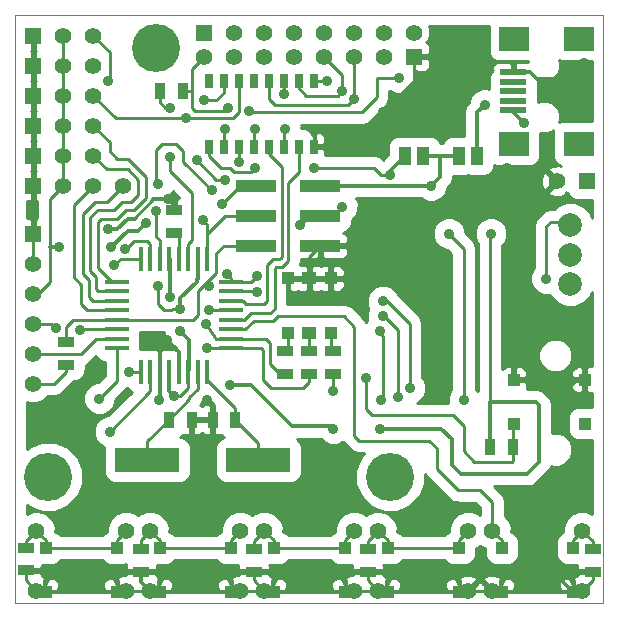
<source format=gtl>
G04 (created by PCBNEW (2013-07-07 BZR 4022)-stable) date 11/09/2014 22:00:22*
%MOIN*%
G04 Gerber Fmt 3.4, Leading zero omitted, Abs format*
%FSLAX34Y34*%
G01*
G70*
G90*
G04 APERTURE LIST*
%ADD10C,0.000787402*%
%ADD11C,0.00393701*%
%ADD12R,0.0177X0.0787*%
%ADD13R,0.0787X0.0177*%
%ADD14R,0.055X0.055*%
%ADD15C,0.055*%
%ADD16R,0.025X0.05*%
%ADD17R,0.035X0.055*%
%ADD18R,0.055X0.035*%
%ADD19R,0.2165X0.0787*%
%ADD20C,0.0787*%
%ADD21R,0.135827X0.0401575*%
%ADD22R,0.0394X0.0394*%
%ADD23R,0.0413X0.0413*%
%ADD24R,0.0472X0.0413*%
%ADD25R,0.0906X0.0197*%
%ADD26R,0.0984X0.0787*%
%ADD27C,0.16*%
%ADD28R,0.04X0.06*%
%ADD29C,0.035*%
%ADD30C,0.0125984*%
%ADD31C,0.01*%
G04 APERTURE END LIST*
G54D10*
G54D11*
X20000Y-36200D02*
X20000Y-16600D01*
X39600Y-36200D02*
X20000Y-36200D01*
X39600Y-16600D02*
X39600Y-36200D01*
X20000Y-16600D02*
X39600Y-16600D01*
G54D12*
X26393Y-28496D03*
X26078Y-28496D03*
X25763Y-28496D03*
X25448Y-28496D03*
X25133Y-28496D03*
X24818Y-28496D03*
X24503Y-28496D03*
X24188Y-28496D03*
X24190Y-24730D03*
X26400Y-24730D03*
X26080Y-24730D03*
X25760Y-24730D03*
X25450Y-24730D03*
X25130Y-24730D03*
X24820Y-24730D03*
X24500Y-24730D03*
G54D13*
X23400Y-27712D03*
X23400Y-27398D03*
X23400Y-27082D03*
X23400Y-26768D03*
X23400Y-26452D03*
X23400Y-26138D03*
X23400Y-25822D03*
X23400Y-25508D03*
X27180Y-27710D03*
X27180Y-27400D03*
X27180Y-27080D03*
X27180Y-26770D03*
X27180Y-26460D03*
X27180Y-26140D03*
X27180Y-25820D03*
X27180Y-25500D03*
G54D14*
X26300Y-17200D03*
G54D15*
X27300Y-17200D03*
X28300Y-17200D03*
X29300Y-17200D03*
X30300Y-17200D03*
X31300Y-17200D03*
X32300Y-17200D03*
X33300Y-17200D03*
X23700Y-33800D03*
X23700Y-35800D03*
X20700Y-33800D03*
X20700Y-35800D03*
X27500Y-33800D03*
X27500Y-35800D03*
X24500Y-33800D03*
X24500Y-35800D03*
X31300Y-33800D03*
X31300Y-35800D03*
X28300Y-33800D03*
X28300Y-35800D03*
X35100Y-33800D03*
X35100Y-35800D03*
X32100Y-33800D03*
X32100Y-35800D03*
X38900Y-33800D03*
X38900Y-35800D03*
X35900Y-33800D03*
X35900Y-35800D03*
G54D14*
X33300Y-18000D03*
G54D15*
X32300Y-18000D03*
X31300Y-18000D03*
X30300Y-18000D03*
X29300Y-18000D03*
X28300Y-18000D03*
X27300Y-18000D03*
X26300Y-18000D03*
G54D14*
X20600Y-23900D03*
G54D15*
X20600Y-24900D03*
X20600Y-25900D03*
X20600Y-26900D03*
X20600Y-27900D03*
X20600Y-28900D03*
G54D14*
X20600Y-18300D03*
G54D15*
X21600Y-18300D03*
X22600Y-18300D03*
G54D14*
X20600Y-21300D03*
G54D15*
X21600Y-21300D03*
X22600Y-21300D03*
G54D14*
X20600Y-20300D03*
G54D15*
X21600Y-20300D03*
X22600Y-20300D03*
G54D14*
X20600Y-19300D03*
G54D15*
X21600Y-19300D03*
X22600Y-19300D03*
G54D14*
X20600Y-17300D03*
G54D15*
X21600Y-17300D03*
X22600Y-17300D03*
G54D16*
X26450Y-21000D03*
X26950Y-21000D03*
X27450Y-21000D03*
X27950Y-21000D03*
X28450Y-21000D03*
X28950Y-21000D03*
X29450Y-21000D03*
X29950Y-21000D03*
X29950Y-18800D03*
X29450Y-18800D03*
X28950Y-18800D03*
X28450Y-18800D03*
X27950Y-18800D03*
X27450Y-18800D03*
X26950Y-18800D03*
X26450Y-18800D03*
G54D17*
X35825Y-31000D03*
X36575Y-31000D03*
X25125Y-30100D03*
X25875Y-30100D03*
X27325Y-30100D03*
X26575Y-30100D03*
G54D18*
X25300Y-23875D03*
X25300Y-23125D03*
X21700Y-27525D03*
X21700Y-28275D03*
G54D19*
X28100Y-31450D03*
X24400Y-31450D03*
G54D14*
X20600Y-22300D03*
G54D15*
X21600Y-22300D03*
X22600Y-22300D03*
X23600Y-22300D03*
G54D17*
X25575Y-19150D03*
X24825Y-19150D03*
G54D20*
X38500Y-25584D03*
X38500Y-24600D03*
X38500Y-23616D03*
G54D21*
X30172Y-24300D03*
X28027Y-24300D03*
X28027Y-22300D03*
X30172Y-22300D03*
X28027Y-23300D03*
X30172Y-23300D03*
G54D18*
X29000Y-28575D03*
X29000Y-27825D03*
X29800Y-28575D03*
X29800Y-27825D03*
X30600Y-28575D03*
X30600Y-27825D03*
G54D22*
X36619Y-28772D03*
X38981Y-30228D03*
X36619Y-30228D03*
X38981Y-28772D03*
X21019Y-34372D03*
X23381Y-35828D03*
X21019Y-35828D03*
X23381Y-34372D03*
X24819Y-34372D03*
X27181Y-35828D03*
X24819Y-35828D03*
X27181Y-34372D03*
X28619Y-34372D03*
X30981Y-35828D03*
X28619Y-35828D03*
X30981Y-34372D03*
X32419Y-34372D03*
X34781Y-35828D03*
X32419Y-35828D03*
X34781Y-34372D03*
X36219Y-34372D03*
X38581Y-35828D03*
X36219Y-35828D03*
X38581Y-34372D03*
G54D14*
X39050Y-22150D03*
G54D15*
X38050Y-22150D03*
G54D23*
X29081Y-25394D03*
G54D24*
X29800Y-25394D03*
G54D23*
X30519Y-25394D03*
X30519Y-27205D03*
G54D24*
X29800Y-27205D03*
G54D23*
X29081Y-27205D03*
G54D18*
X20350Y-34375D03*
X20350Y-35125D03*
X24200Y-34425D03*
X24200Y-35175D03*
X27950Y-34425D03*
X27950Y-35175D03*
X31750Y-34425D03*
X31750Y-35175D03*
X39250Y-34425D03*
X39250Y-35175D03*
G54D25*
X36592Y-19780D03*
X36592Y-19465D03*
X36592Y-19150D03*
X36592Y-18835D03*
X36592Y-18520D03*
G54D26*
X36631Y-20902D03*
X38796Y-20902D03*
X36631Y-17398D03*
X38796Y-17398D03*
G54D27*
X21100Y-32000D03*
X24700Y-17700D03*
X32500Y-32000D03*
G54D28*
X35400Y-21300D03*
X34800Y-21300D03*
X33600Y-21300D03*
X33000Y-21300D03*
G54D29*
X32500Y-21950D03*
X29950Y-21700D03*
X28000Y-21700D03*
X34950Y-29450D03*
X34450Y-23900D03*
X32150Y-30400D03*
X30600Y-30400D03*
X25300Y-29300D03*
X27150Y-28950D03*
X36950Y-20200D03*
X25500Y-27150D03*
X25500Y-26400D03*
X24350Y-23550D03*
X23200Y-24350D03*
X21450Y-24350D03*
X24750Y-25650D03*
X35850Y-23900D03*
X33850Y-22300D03*
X21350Y-27050D03*
X22150Y-27100D03*
X28000Y-20400D03*
X22800Y-29400D03*
X23100Y-18800D03*
X30600Y-29150D03*
X23800Y-28500D03*
X23150Y-30500D03*
X26400Y-27700D03*
X26350Y-26900D03*
X25700Y-20050D03*
X26050Y-21450D03*
X26300Y-19450D03*
X27000Y-22100D03*
X32200Y-29450D03*
X32150Y-27150D03*
X29000Y-20400D03*
X26450Y-26450D03*
X27450Y-21500D03*
X27000Y-20400D03*
X23650Y-24400D03*
X23300Y-24950D03*
X25150Y-19700D03*
X25150Y-21350D03*
X37700Y-25400D03*
X26550Y-22450D03*
X24750Y-22250D03*
X24700Y-23150D03*
X28050Y-25300D03*
X27050Y-25250D03*
X26900Y-22900D03*
X29500Y-23600D03*
X28050Y-25850D03*
X30900Y-23000D03*
X30400Y-18800D03*
X30900Y-19150D03*
X32250Y-26650D03*
X32750Y-29350D03*
X31700Y-28700D03*
X26450Y-25650D03*
X26250Y-23450D03*
X28950Y-19250D03*
X32250Y-26150D03*
X31300Y-19400D03*
X33150Y-29050D03*
X25150Y-26000D03*
X25100Y-22750D03*
X38950Y-18200D03*
X36400Y-21700D03*
X24800Y-29450D03*
X32600Y-24400D03*
X23100Y-23750D03*
X26400Y-29450D03*
X25050Y-27450D03*
X32250Y-19850D03*
X36600Y-28050D03*
X36650Y-26350D03*
X35650Y-19600D03*
X27800Y-19800D03*
X27100Y-19700D03*
X32800Y-18700D03*
G54D30*
X32500Y-21950D02*
X32500Y-21800D01*
X32500Y-21800D02*
X33000Y-21300D01*
G54D31*
X26450Y-21000D02*
X26450Y-21300D01*
X32200Y-21950D02*
X32500Y-21950D01*
X31950Y-21700D02*
X32200Y-21950D01*
X29950Y-21700D02*
X31950Y-21700D01*
X27850Y-21850D02*
X28000Y-21700D01*
X27300Y-21850D02*
X27850Y-21850D01*
X27150Y-21700D02*
X27300Y-21850D01*
X26850Y-21700D02*
X27150Y-21700D01*
X26450Y-21300D02*
X26850Y-21700D01*
X34950Y-24400D02*
X34950Y-29450D01*
X34450Y-23900D02*
X34950Y-24400D01*
G54D30*
X33850Y-22300D02*
X34150Y-22000D01*
X34150Y-22000D02*
X34150Y-21300D01*
X33600Y-21300D02*
X34150Y-21300D01*
X34150Y-21300D02*
X34800Y-21300D01*
X29225Y-30325D02*
X30525Y-30325D01*
X34550Y-31600D02*
X34850Y-31900D01*
X34550Y-30750D02*
X34550Y-31600D01*
X34200Y-30400D02*
X34550Y-30750D01*
X32150Y-30400D02*
X34200Y-30400D01*
X30525Y-30325D02*
X30600Y-30400D01*
X35825Y-29500D02*
X37350Y-29500D01*
X37350Y-29500D02*
X37450Y-29600D01*
X37450Y-29600D02*
X37450Y-31500D01*
X37450Y-31500D02*
X37050Y-31900D01*
X37050Y-31900D02*
X34850Y-31900D01*
X27850Y-28950D02*
X27150Y-28950D01*
X29225Y-30325D02*
X27850Y-28950D01*
X36592Y-19780D02*
X36592Y-19842D01*
X36592Y-19842D02*
X36950Y-20200D01*
G54D31*
X25300Y-29300D02*
X25500Y-29300D01*
X25763Y-29037D02*
X25763Y-28496D01*
X25500Y-29300D02*
X25763Y-29037D01*
G54D30*
X25133Y-29133D02*
X25133Y-28496D01*
X25300Y-29300D02*
X25133Y-29133D01*
X25500Y-27150D02*
X25800Y-27450D01*
X25800Y-28459D02*
X25763Y-28496D01*
X25800Y-27450D02*
X25800Y-28459D01*
G54D31*
X25500Y-26400D02*
X25250Y-26400D01*
G54D30*
X21450Y-24350D02*
X21150Y-24350D01*
X24350Y-23550D02*
X24100Y-23800D01*
X24100Y-23800D02*
X23750Y-23800D01*
X23750Y-23800D02*
X23200Y-24350D01*
G54D31*
X24750Y-26250D02*
X24750Y-25650D01*
X24950Y-26450D02*
X24750Y-26250D01*
X25200Y-26450D02*
X24950Y-26450D01*
X25250Y-26400D02*
X25200Y-26450D01*
G54D30*
X26050Y-25400D02*
X26050Y-25500D01*
X26080Y-25400D02*
X26080Y-24730D01*
X26080Y-25400D02*
X26050Y-25400D01*
X26050Y-25500D02*
X25500Y-26050D01*
X25500Y-26050D02*
X25500Y-26400D01*
X35825Y-31000D02*
X35825Y-29500D01*
G54D31*
X35825Y-29500D02*
X35825Y-23925D01*
X35825Y-23925D02*
X35850Y-23900D01*
G54D30*
X30172Y-22300D02*
X33850Y-22300D01*
G54D31*
X20600Y-25900D02*
X20750Y-25900D01*
X20750Y-25900D02*
X21150Y-25500D01*
X21150Y-25500D02*
X21150Y-24350D01*
X21150Y-22750D02*
X21600Y-22300D01*
X21150Y-24350D02*
X21150Y-22750D01*
X21600Y-21300D02*
X21600Y-22300D01*
X21600Y-20300D02*
X21600Y-21300D01*
X21600Y-19300D02*
X21600Y-20300D01*
X21600Y-18300D02*
X21600Y-19300D01*
X21600Y-17300D02*
X21600Y-18300D01*
X23400Y-27082D02*
X22168Y-27082D01*
X21200Y-26900D02*
X20600Y-26900D01*
X21350Y-27050D02*
X21200Y-26900D01*
X22168Y-27082D02*
X22150Y-27100D01*
X20600Y-27900D02*
X22200Y-27900D01*
X23398Y-27400D02*
X23400Y-27398D01*
X22700Y-27400D02*
X23398Y-27400D01*
X22200Y-27900D02*
X22700Y-27400D01*
X27180Y-26140D02*
X27590Y-26140D01*
X28400Y-26150D02*
X28400Y-26000D01*
X28300Y-26250D02*
X28400Y-26150D01*
X27700Y-26250D02*
X28300Y-26250D01*
X27590Y-26140D02*
X27700Y-26250D01*
X28875Y-21675D02*
X28875Y-24675D01*
X28875Y-24675D02*
X28850Y-24700D01*
X28450Y-21000D02*
X28450Y-21250D01*
X28400Y-24950D02*
X28400Y-26000D01*
X28600Y-24750D02*
X28400Y-24950D01*
X28800Y-24750D02*
X28600Y-24750D01*
X28850Y-24700D02*
X28800Y-24750D01*
X28450Y-21250D02*
X28875Y-21675D01*
X27950Y-20450D02*
X27950Y-21000D01*
X28000Y-20400D02*
X27950Y-20450D01*
X28619Y-34372D02*
X30981Y-34372D01*
X23400Y-27712D02*
X23400Y-28800D01*
X23400Y-28800D02*
X22800Y-29400D01*
X27950Y-34425D02*
X27950Y-34150D01*
X27950Y-34150D02*
X28300Y-33800D01*
X30981Y-34372D02*
X30981Y-34119D01*
X30981Y-34119D02*
X31300Y-33800D01*
X28619Y-34372D02*
X28619Y-34119D01*
X28619Y-34119D02*
X28300Y-33800D01*
X23150Y-17850D02*
X22600Y-17300D01*
X23150Y-18750D02*
X23150Y-17850D01*
X23100Y-18800D02*
X23150Y-18750D01*
X30600Y-29150D02*
X30600Y-28575D01*
X23804Y-28496D02*
X24188Y-28496D01*
X23800Y-28500D02*
X23804Y-28496D01*
X32419Y-34372D02*
X34781Y-34372D01*
X24500Y-29150D02*
X23150Y-30500D01*
X24500Y-29100D02*
X24500Y-29150D01*
X24503Y-29097D02*
X24500Y-29100D01*
X24503Y-28496D02*
X24503Y-29097D01*
X31750Y-34425D02*
X31750Y-34150D01*
X31750Y-34150D02*
X32100Y-33800D01*
X34781Y-34372D02*
X34781Y-34119D01*
X34781Y-34119D02*
X35100Y-33800D01*
X32419Y-34372D02*
X32419Y-34119D01*
X32419Y-34119D02*
X32100Y-33800D01*
X27180Y-27710D02*
X28190Y-27710D01*
X28250Y-27770D02*
X28250Y-28780D01*
X28190Y-27710D02*
X28250Y-27770D01*
X27180Y-27710D02*
X26410Y-27710D01*
X26410Y-27710D02*
X26400Y-27700D01*
X29800Y-28575D02*
X29800Y-28850D01*
X28520Y-29050D02*
X28250Y-28780D01*
X29600Y-29050D02*
X28520Y-29050D01*
X29800Y-28850D02*
X29600Y-29050D01*
X26700Y-27400D02*
X26350Y-26900D01*
X27180Y-27400D02*
X26700Y-27400D01*
X27650Y-27400D02*
X28350Y-27400D01*
X28500Y-27550D02*
X28500Y-28250D01*
X28350Y-27400D02*
X28500Y-27550D01*
X29000Y-28575D02*
X28825Y-28575D01*
X28825Y-28575D02*
X28500Y-28250D01*
X27650Y-27400D02*
X27180Y-27400D01*
X27450Y-18800D02*
X27450Y-19850D01*
X27250Y-20050D02*
X25700Y-20050D01*
X27450Y-19850D02*
X27250Y-20050D01*
X23350Y-20050D02*
X22600Y-19300D01*
X25700Y-20050D02*
X23350Y-20050D01*
X27000Y-22100D02*
X26700Y-22100D01*
X26950Y-19200D02*
X26950Y-18800D01*
X26700Y-19450D02*
X26950Y-19200D01*
X26300Y-19450D02*
X26700Y-19450D01*
X26700Y-22100D02*
X26050Y-21450D01*
X32150Y-27150D02*
X32150Y-27200D01*
X32250Y-27300D02*
X32250Y-28250D01*
X32150Y-27200D02*
X32250Y-27300D01*
X32250Y-29400D02*
X32250Y-28250D01*
X32200Y-29450D02*
X32250Y-29400D01*
X31300Y-30650D02*
X31450Y-30800D01*
X35900Y-32850D02*
X35900Y-33800D01*
X35500Y-32450D02*
X35900Y-32850D01*
X34750Y-32450D02*
X35500Y-32450D01*
X34050Y-31750D02*
X34750Y-32450D01*
X34050Y-31050D02*
X34050Y-31750D01*
X33800Y-30800D02*
X34050Y-31050D01*
X31450Y-30800D02*
X33800Y-30800D01*
X28650Y-26750D02*
X28600Y-26800D01*
X28600Y-26800D02*
X27950Y-26800D01*
X27950Y-26800D02*
X27670Y-27080D01*
X28650Y-26750D02*
X28750Y-26650D01*
X27180Y-27080D02*
X27670Y-27080D01*
X31300Y-27000D02*
X31300Y-30650D01*
X30950Y-26650D02*
X31300Y-27000D01*
X28750Y-26650D02*
X30950Y-26650D01*
X39250Y-34425D02*
X39250Y-34150D01*
X39250Y-34150D02*
X38900Y-33800D01*
X38581Y-34372D02*
X38581Y-34119D01*
X38581Y-34119D02*
X38900Y-33800D01*
X36219Y-34372D02*
X36219Y-34119D01*
X36219Y-34119D02*
X35900Y-33800D01*
X27180Y-26770D02*
X27630Y-26770D01*
X27850Y-26550D02*
X28500Y-26550D01*
X27630Y-26770D02*
X27850Y-26550D01*
X29300Y-22000D02*
X29100Y-22200D01*
X29100Y-24800D02*
X28900Y-25000D01*
X29100Y-22200D02*
X29100Y-24800D01*
X29450Y-21000D02*
X29450Y-21850D01*
X28650Y-26400D02*
X28500Y-26550D01*
X28650Y-25050D02*
X28650Y-26400D01*
X28700Y-25000D02*
X28650Y-25050D01*
X28900Y-25000D02*
X28700Y-25000D01*
X29450Y-21850D02*
X29300Y-22000D01*
X28950Y-20450D02*
X28950Y-21000D01*
X29000Y-20400D02*
X28950Y-20450D01*
X27180Y-26460D02*
X26460Y-26460D01*
X26460Y-26460D02*
X26450Y-26450D01*
X27450Y-21500D02*
X27450Y-21000D01*
X27000Y-20400D02*
X26950Y-20450D01*
X26950Y-20450D02*
X26950Y-21000D01*
X23381Y-34372D02*
X21019Y-34372D01*
X23650Y-24400D02*
X23700Y-24400D01*
X23700Y-24400D02*
X23950Y-24150D01*
X24500Y-24250D02*
X24400Y-24150D01*
X24500Y-24250D02*
X24500Y-24730D01*
X24400Y-24150D02*
X23950Y-24150D01*
X20350Y-34375D02*
X20350Y-34150D01*
X20350Y-34150D02*
X20700Y-33800D01*
X21019Y-34372D02*
X21019Y-34119D01*
X21019Y-34119D02*
X20700Y-33800D01*
X23381Y-34372D02*
X23381Y-34119D01*
X23381Y-34119D02*
X23700Y-33800D01*
X24819Y-34372D02*
X27181Y-34372D01*
X24190Y-24730D02*
X23520Y-24730D01*
X23520Y-24730D02*
X23300Y-24950D01*
X24200Y-34425D02*
X24200Y-34100D01*
X24200Y-34100D02*
X24500Y-33800D01*
X24819Y-34372D02*
X24819Y-34119D01*
X24819Y-34119D02*
X24500Y-33800D01*
X27181Y-34372D02*
X27181Y-34119D01*
X27181Y-34119D02*
X27500Y-33800D01*
X22950Y-25250D02*
X22750Y-25050D01*
X22850Y-23400D02*
X23400Y-23400D01*
X22750Y-23500D02*
X22850Y-23400D01*
X22750Y-25050D02*
X22750Y-23500D01*
X23400Y-25508D02*
X23208Y-25508D01*
X23208Y-25508D02*
X22950Y-25250D01*
X23150Y-20850D02*
X22600Y-20300D01*
X23150Y-21150D02*
X23150Y-20850D01*
X23400Y-21400D02*
X23150Y-21150D01*
X23750Y-21400D02*
X23400Y-21400D01*
X24350Y-22000D02*
X23750Y-21400D01*
X24350Y-22700D02*
X24350Y-22000D01*
X23950Y-23100D02*
X24350Y-22700D01*
X23700Y-23100D02*
X23950Y-23100D01*
X23400Y-23400D02*
X23700Y-23100D01*
X22900Y-23100D02*
X22750Y-23100D01*
X22500Y-25150D02*
X22700Y-25350D01*
X22500Y-23350D02*
X22500Y-25150D01*
X22750Y-23100D02*
X22500Y-23350D01*
X22900Y-23100D02*
X23300Y-23100D01*
X23400Y-25822D02*
X22772Y-25822D01*
X22700Y-25750D02*
X22700Y-25350D01*
X22772Y-25822D02*
X22700Y-25750D01*
X23050Y-21750D02*
X22600Y-21300D01*
X23300Y-23100D02*
X23550Y-22850D01*
X23550Y-22850D02*
X23850Y-22850D01*
X23850Y-22850D02*
X24100Y-22600D01*
X24100Y-22600D02*
X24100Y-22100D01*
X24100Y-22100D02*
X23750Y-21750D01*
X23750Y-21750D02*
X23050Y-21750D01*
X22450Y-23050D02*
X22250Y-23250D01*
X22250Y-25250D02*
X22450Y-25450D01*
X22250Y-23250D02*
X22250Y-25250D01*
X22650Y-22850D02*
X23050Y-22850D01*
X22450Y-23050D02*
X22650Y-22850D01*
X23400Y-26138D02*
X22588Y-26138D01*
X22450Y-26000D02*
X22450Y-25450D01*
X22588Y-26138D02*
X22450Y-26000D01*
X23050Y-22850D02*
X23600Y-22300D01*
X22200Y-26250D02*
X22200Y-25600D01*
X21950Y-22950D02*
X22200Y-22700D01*
X21950Y-25350D02*
X21950Y-22950D01*
X22200Y-25600D02*
X21950Y-25350D01*
X22200Y-22700D02*
X22600Y-22300D01*
X22402Y-26452D02*
X23400Y-26452D01*
X22200Y-26250D02*
X22402Y-26452D01*
X25150Y-19700D02*
X25000Y-19700D01*
X24825Y-19525D02*
X24825Y-19150D01*
X25000Y-19700D02*
X24825Y-19525D01*
X25150Y-21350D02*
X25150Y-21800D01*
X25900Y-22550D02*
X25900Y-22750D01*
X25150Y-21800D02*
X25900Y-22550D01*
X25760Y-24730D02*
X25760Y-24240D01*
X25150Y-21350D02*
X25150Y-21350D01*
X25900Y-24100D02*
X25900Y-22750D01*
X25760Y-24240D02*
X25900Y-24100D01*
X24820Y-24730D02*
X24820Y-24120D01*
X38384Y-23500D02*
X38500Y-23616D01*
X37850Y-23500D02*
X38384Y-23500D01*
X37700Y-23650D02*
X37850Y-23500D01*
X37700Y-25400D02*
X37700Y-23650D01*
X25600Y-21500D02*
X26550Y-22450D01*
X25600Y-21150D02*
X25600Y-21500D01*
X25350Y-20900D02*
X25600Y-21150D01*
X24900Y-20900D02*
X25350Y-20900D01*
X24700Y-21100D02*
X24900Y-20900D01*
X24700Y-22200D02*
X24700Y-21100D01*
X24750Y-22250D02*
X24700Y-22200D01*
X24700Y-24000D02*
X24700Y-23150D01*
X24820Y-24120D02*
X24700Y-24000D01*
X27180Y-25500D02*
X27850Y-25500D01*
X27850Y-25500D02*
X28050Y-25300D01*
X28027Y-22300D02*
X27500Y-22300D01*
X27180Y-25380D02*
X27180Y-25500D01*
X27050Y-25250D02*
X27180Y-25380D01*
X27500Y-22300D02*
X26900Y-22900D01*
X27180Y-25820D02*
X28020Y-25820D01*
X29800Y-23300D02*
X30172Y-23300D01*
X29500Y-23600D02*
X29800Y-23300D01*
X28020Y-25820D02*
X28050Y-25850D01*
X30172Y-23300D02*
X30600Y-23300D01*
X30600Y-23300D02*
X30900Y-23000D01*
X30400Y-18800D02*
X29950Y-18800D01*
X32250Y-26650D02*
X32300Y-26650D01*
X32750Y-27100D02*
X32750Y-27850D01*
X32300Y-26650D02*
X32750Y-27100D01*
X32750Y-28400D02*
X32750Y-27850D01*
X32750Y-29350D02*
X32750Y-28400D01*
X30100Y-19300D02*
X30750Y-19300D01*
X30900Y-18600D02*
X30300Y-18000D01*
X30900Y-19150D02*
X30900Y-18600D01*
X30750Y-19300D02*
X30900Y-19150D01*
X29450Y-19050D02*
X29450Y-18800D01*
X29700Y-19300D02*
X29450Y-19050D01*
X30100Y-19300D02*
X29700Y-19300D01*
X26078Y-28496D02*
X26078Y-29072D01*
X25800Y-29425D02*
X25125Y-30100D01*
X25800Y-29350D02*
X25800Y-29425D01*
X26078Y-29072D02*
X25800Y-29350D01*
X24400Y-31450D02*
X24400Y-30825D01*
X24400Y-30825D02*
X25125Y-30100D01*
X28100Y-31450D02*
X28100Y-30875D01*
X28100Y-30875D02*
X27325Y-30100D01*
X26393Y-28496D02*
X26393Y-28793D01*
X27325Y-29725D02*
X27325Y-30100D01*
X26393Y-28793D02*
X27325Y-29725D01*
X35300Y-31500D02*
X34950Y-31150D01*
X31900Y-29950D02*
X31700Y-29750D01*
X34600Y-29950D02*
X31900Y-29950D01*
X34950Y-30300D02*
X34600Y-29950D01*
X34950Y-31150D02*
X34950Y-30300D01*
X36250Y-31500D02*
X36550Y-31500D01*
X36250Y-31500D02*
X35300Y-31500D01*
X31700Y-29750D02*
X31700Y-28700D01*
X36550Y-31500D02*
X36575Y-31475D01*
X36575Y-31475D02*
X36575Y-31000D01*
X28027Y-24300D02*
X26950Y-24300D01*
X26700Y-24550D02*
X26700Y-25200D01*
X26950Y-24300D02*
X26700Y-24550D01*
X25100Y-26768D02*
X25932Y-26768D01*
X26100Y-26600D02*
X26100Y-25800D01*
X25932Y-26768D02*
X26100Y-26600D01*
X26400Y-25600D02*
X26400Y-25500D01*
X26450Y-25650D02*
X26400Y-25600D01*
X26700Y-25200D02*
X26400Y-25500D01*
X25100Y-26768D02*
X23400Y-26768D01*
X26400Y-25500D02*
X26100Y-25800D01*
X36575Y-31000D02*
X36575Y-30272D01*
X36575Y-30272D02*
X36619Y-30228D01*
X21700Y-27525D02*
X21700Y-27000D01*
X21932Y-26768D02*
X23400Y-26768D01*
X21700Y-27000D02*
X21932Y-26768D01*
X28950Y-18800D02*
X28950Y-19250D01*
X26400Y-23600D02*
X26400Y-23900D01*
X26250Y-23450D02*
X26400Y-23600D01*
X26400Y-24730D02*
X26400Y-23900D01*
X27000Y-23300D02*
X28027Y-23300D01*
X26400Y-23900D02*
X27000Y-23300D01*
X32250Y-26150D02*
X32400Y-26150D01*
X33150Y-26900D02*
X33150Y-27800D01*
X32400Y-26150D02*
X33150Y-26900D01*
X31300Y-19425D02*
X31300Y-19400D01*
X33150Y-27800D02*
X33150Y-29050D01*
X30050Y-19600D02*
X31100Y-19600D01*
X31300Y-19425D02*
X31300Y-18000D01*
X31100Y-19600D02*
X31300Y-19400D01*
X29000Y-19600D02*
X28650Y-19600D01*
X28450Y-19400D02*
X28450Y-18800D01*
X28650Y-19600D02*
X28450Y-19400D01*
X30050Y-19600D02*
X29000Y-19600D01*
G54D30*
X24200Y-35175D02*
X24200Y-35500D01*
X24200Y-35500D02*
X24500Y-35800D01*
X27181Y-35828D02*
X27472Y-35828D01*
X27472Y-35828D02*
X27500Y-35800D01*
X36219Y-35828D02*
X38581Y-35828D01*
X32419Y-35828D02*
X35072Y-35828D01*
X35072Y-35828D02*
X35100Y-35800D01*
X28619Y-35828D02*
X31272Y-35828D01*
X31272Y-35828D02*
X31300Y-35800D01*
X24819Y-35828D02*
X27181Y-35828D01*
X21019Y-35828D02*
X23381Y-35828D01*
X38981Y-28772D02*
X36619Y-28772D01*
X25150Y-26000D02*
X25150Y-24750D01*
X25150Y-24750D02*
X25130Y-24730D01*
X36592Y-18520D02*
X37170Y-18520D01*
X37170Y-18520D02*
X37400Y-18750D01*
X37400Y-18750D02*
X38400Y-18750D01*
X38400Y-18750D02*
X38950Y-18200D01*
X37550Y-21700D02*
X37600Y-21700D01*
X37600Y-21700D02*
X38050Y-22150D01*
X37550Y-21700D02*
X36400Y-21700D01*
X24800Y-29450D02*
X24818Y-29432D01*
X24818Y-29432D02*
X24818Y-28496D01*
X25448Y-28496D02*
X25448Y-27848D01*
X25448Y-27848D02*
X25050Y-27450D01*
X30172Y-24300D02*
X32500Y-24300D01*
X32500Y-24300D02*
X32600Y-24400D01*
G54D31*
X29800Y-25394D02*
X29800Y-24672D01*
X29800Y-24672D02*
X30172Y-24300D01*
X29800Y-25394D02*
X29081Y-25394D01*
X30519Y-25394D02*
X29800Y-25394D01*
G54D30*
X23750Y-23400D02*
X23950Y-23400D01*
X23400Y-23750D02*
X23750Y-23400D01*
X23100Y-23750D02*
X23400Y-23750D01*
G54D31*
X23950Y-23400D02*
X24600Y-22750D01*
G54D30*
X24600Y-22750D02*
X25100Y-22750D01*
X26575Y-30100D02*
X26575Y-29625D01*
X26575Y-29625D02*
X26400Y-29450D01*
X25875Y-30100D02*
X26575Y-30100D01*
G54D31*
X25100Y-22750D02*
X25300Y-22950D01*
X25300Y-22950D02*
X25300Y-23125D01*
G54D30*
X24818Y-28496D02*
X24818Y-27682D01*
X24818Y-27682D02*
X25050Y-27450D01*
X29950Y-21000D02*
X31100Y-21000D01*
X31100Y-21000D02*
X32250Y-19850D01*
G54D31*
X20700Y-35800D02*
X20991Y-35800D01*
X20991Y-35800D02*
X21019Y-35828D01*
X33300Y-18000D02*
X33300Y-18800D01*
X33300Y-18800D02*
X32250Y-19850D01*
G54D30*
X36600Y-28050D02*
X36619Y-28050D01*
G54D31*
X36619Y-28772D02*
X36619Y-28050D01*
G54D30*
X36619Y-28050D02*
X36619Y-26381D01*
X36619Y-26381D02*
X36650Y-26350D01*
X38981Y-28772D02*
X38728Y-28772D01*
X38000Y-35247D02*
X38581Y-35828D01*
X38000Y-33750D02*
X38000Y-35247D01*
X39050Y-32700D02*
X38000Y-33750D01*
X39050Y-31200D02*
X39050Y-32700D01*
X38350Y-30500D02*
X39050Y-31200D01*
X38350Y-29150D02*
X38350Y-30500D01*
X38728Y-28772D02*
X38350Y-29150D01*
G54D31*
X36219Y-35828D02*
X35928Y-35828D01*
X35928Y-35828D02*
X35900Y-35800D01*
X35100Y-35800D02*
X35900Y-35800D01*
X31300Y-35800D02*
X32100Y-35800D01*
X27500Y-35800D02*
X28300Y-35800D01*
X23700Y-35800D02*
X24500Y-35800D01*
X20350Y-35125D02*
X20350Y-35450D01*
X20350Y-35450D02*
X20700Y-35800D01*
X27950Y-35175D02*
X27950Y-35450D01*
X27950Y-35450D02*
X28300Y-35800D01*
X31750Y-35175D02*
X31750Y-35450D01*
X31750Y-35450D02*
X32100Y-35800D01*
X39250Y-35175D02*
X39250Y-35450D01*
X39250Y-35450D02*
X38900Y-35800D01*
X38900Y-35800D02*
X38609Y-35800D01*
X38609Y-35800D02*
X38581Y-35828D01*
X34781Y-35828D02*
X35072Y-35828D01*
X35072Y-35828D02*
X35100Y-35800D01*
X32100Y-35800D02*
X32391Y-35800D01*
X32391Y-35800D02*
X32419Y-35828D01*
X30981Y-35828D02*
X31272Y-35828D01*
X31272Y-35828D02*
X31300Y-35800D01*
X28619Y-35828D02*
X28328Y-35828D01*
X28328Y-35828D02*
X28300Y-35800D01*
X24819Y-35828D02*
X24528Y-35828D01*
X24528Y-35828D02*
X24500Y-35800D01*
X23381Y-35828D02*
X23672Y-35828D01*
X23672Y-35828D02*
X23700Y-35800D01*
X20600Y-23900D02*
X20600Y-22300D01*
X20600Y-24900D02*
X20600Y-23900D01*
X20600Y-21300D02*
X20600Y-22300D01*
X20600Y-20300D02*
X20600Y-21300D01*
X20600Y-19300D02*
X20600Y-20300D01*
X20600Y-18300D02*
X20600Y-19300D01*
X20600Y-17300D02*
X20600Y-18300D01*
G54D30*
X35400Y-21300D02*
X35400Y-19850D01*
X35400Y-19850D02*
X35650Y-19600D01*
G54D31*
X29800Y-27205D02*
X29800Y-27825D01*
X29081Y-27205D02*
X29081Y-27744D01*
X29081Y-27744D02*
X29000Y-27825D01*
X30519Y-27205D02*
X30519Y-27744D01*
X30519Y-27744D02*
X30600Y-27825D01*
X25450Y-24730D02*
X25450Y-24025D01*
X25450Y-24025D02*
X25300Y-23875D01*
X25575Y-19150D02*
X25900Y-19150D01*
X32050Y-18700D02*
X32050Y-19350D01*
X31550Y-19850D02*
X30200Y-19850D01*
X32050Y-19350D02*
X31550Y-19850D01*
X25900Y-18400D02*
X25925Y-18375D01*
X25925Y-18375D02*
X26300Y-18000D01*
X30200Y-19850D02*
X27850Y-19850D01*
X27850Y-19850D02*
X27800Y-19800D01*
X27100Y-19700D02*
X27000Y-19800D01*
X27000Y-19800D02*
X26000Y-19800D01*
X26000Y-19800D02*
X25900Y-19700D01*
X25900Y-19700D02*
X25900Y-19150D01*
X25900Y-19150D02*
X25900Y-18850D01*
X25900Y-18850D02*
X25900Y-18400D01*
X32800Y-18700D02*
X32050Y-18700D01*
X21700Y-28275D02*
X21700Y-28500D01*
X21300Y-28900D02*
X20600Y-28900D01*
X21700Y-28500D02*
X21300Y-28900D01*
G54D10*
G36*
X20676Y-24905D02*
X20605Y-24976D01*
X20600Y-24970D01*
X20594Y-24976D01*
X20523Y-24905D01*
X20529Y-24900D01*
X20523Y-24894D01*
X20594Y-24823D01*
X20600Y-24829D01*
X20605Y-24823D01*
X20676Y-24894D01*
X20670Y-24900D01*
X20676Y-24905D01*
X20676Y-24905D01*
G37*
G54D31*
X20676Y-24905D02*
X20605Y-24976D01*
X20600Y-24970D01*
X20594Y-24976D01*
X20523Y-24905D01*
X20529Y-24900D01*
X20523Y-24894D01*
X20594Y-24823D01*
X20600Y-24829D01*
X20605Y-24823D01*
X20676Y-24894D01*
X20670Y-24900D01*
X20676Y-24905D01*
G54D10*
G36*
X20735Y-23374D02*
X20712Y-23375D01*
X20650Y-23437D01*
X20650Y-23850D01*
X20657Y-23850D01*
X20657Y-23950D01*
X20650Y-23950D01*
X20650Y-23957D01*
X20550Y-23957D01*
X20550Y-23950D01*
X20542Y-23950D01*
X20542Y-23850D01*
X20550Y-23850D01*
X20550Y-23437D01*
X20487Y-23375D01*
X20384Y-23374D01*
X20384Y-22825D01*
X20487Y-22825D01*
X20550Y-22762D01*
X20550Y-22350D01*
X20542Y-22350D01*
X20542Y-22250D01*
X20550Y-22250D01*
X20550Y-21837D01*
X20512Y-21800D01*
X20550Y-21762D01*
X20550Y-21350D01*
X20542Y-21350D01*
X20542Y-21250D01*
X20550Y-21250D01*
X20550Y-20837D01*
X20512Y-20800D01*
X20550Y-20762D01*
X20550Y-20350D01*
X20542Y-20350D01*
X20542Y-20250D01*
X20550Y-20250D01*
X20550Y-19837D01*
X20512Y-19800D01*
X20550Y-19762D01*
X20550Y-19350D01*
X20542Y-19350D01*
X20542Y-19250D01*
X20550Y-19250D01*
X20550Y-18837D01*
X20512Y-18800D01*
X20550Y-18762D01*
X20550Y-18350D01*
X20542Y-18350D01*
X20542Y-18250D01*
X20550Y-18250D01*
X20550Y-17837D01*
X20512Y-17800D01*
X20550Y-17762D01*
X20550Y-17350D01*
X20542Y-17350D01*
X20542Y-17250D01*
X20550Y-17250D01*
X20550Y-17242D01*
X20650Y-17242D01*
X20650Y-17250D01*
X20657Y-17250D01*
X20657Y-17350D01*
X20650Y-17350D01*
X20650Y-17762D01*
X20687Y-17800D01*
X20650Y-17837D01*
X20650Y-18250D01*
X20657Y-18250D01*
X20657Y-18350D01*
X20650Y-18350D01*
X20650Y-18762D01*
X20687Y-18800D01*
X20650Y-18837D01*
X20650Y-19250D01*
X20657Y-19250D01*
X20657Y-19350D01*
X20650Y-19350D01*
X20650Y-19762D01*
X20687Y-19800D01*
X20650Y-19837D01*
X20650Y-20250D01*
X20657Y-20250D01*
X20657Y-20350D01*
X20650Y-20350D01*
X20650Y-20762D01*
X20687Y-20800D01*
X20650Y-20837D01*
X20650Y-21250D01*
X20657Y-21250D01*
X20657Y-21350D01*
X20650Y-21350D01*
X20650Y-21762D01*
X20687Y-21800D01*
X20650Y-21837D01*
X20650Y-22250D01*
X20657Y-22250D01*
X20657Y-22350D01*
X20650Y-22350D01*
X20650Y-22762D01*
X20712Y-22825D01*
X20735Y-22825D01*
X20735Y-23374D01*
X20735Y-23374D01*
G37*
G54D31*
X20735Y-23374D02*
X20712Y-23375D01*
X20650Y-23437D01*
X20650Y-23850D01*
X20657Y-23850D01*
X20657Y-23950D01*
X20650Y-23950D01*
X20650Y-23957D01*
X20550Y-23957D01*
X20550Y-23950D01*
X20542Y-23950D01*
X20542Y-23850D01*
X20550Y-23850D01*
X20550Y-23437D01*
X20487Y-23375D01*
X20384Y-23374D01*
X20384Y-22825D01*
X20487Y-22825D01*
X20550Y-22762D01*
X20550Y-22350D01*
X20542Y-22350D01*
X20542Y-22250D01*
X20550Y-22250D01*
X20550Y-21837D01*
X20512Y-21800D01*
X20550Y-21762D01*
X20550Y-21350D01*
X20542Y-21350D01*
X20542Y-21250D01*
X20550Y-21250D01*
X20550Y-20837D01*
X20512Y-20800D01*
X20550Y-20762D01*
X20550Y-20350D01*
X20542Y-20350D01*
X20542Y-20250D01*
X20550Y-20250D01*
X20550Y-19837D01*
X20512Y-19800D01*
X20550Y-19762D01*
X20550Y-19350D01*
X20542Y-19350D01*
X20542Y-19250D01*
X20550Y-19250D01*
X20550Y-18837D01*
X20512Y-18800D01*
X20550Y-18762D01*
X20550Y-18350D01*
X20542Y-18350D01*
X20542Y-18250D01*
X20550Y-18250D01*
X20550Y-17837D01*
X20512Y-17800D01*
X20550Y-17762D01*
X20550Y-17350D01*
X20542Y-17350D01*
X20542Y-17250D01*
X20550Y-17250D01*
X20550Y-17242D01*
X20650Y-17242D01*
X20650Y-17250D01*
X20657Y-17250D01*
X20657Y-17350D01*
X20650Y-17350D01*
X20650Y-17762D01*
X20687Y-17800D01*
X20650Y-17837D01*
X20650Y-18250D01*
X20657Y-18250D01*
X20657Y-18350D01*
X20650Y-18350D01*
X20650Y-18762D01*
X20687Y-18800D01*
X20650Y-18837D01*
X20650Y-19250D01*
X20657Y-19250D01*
X20657Y-19350D01*
X20650Y-19350D01*
X20650Y-19762D01*
X20687Y-19800D01*
X20650Y-19837D01*
X20650Y-20250D01*
X20657Y-20250D01*
X20657Y-20350D01*
X20650Y-20350D01*
X20650Y-20762D01*
X20687Y-20800D01*
X20650Y-20837D01*
X20650Y-21250D01*
X20657Y-21250D01*
X20657Y-21350D01*
X20650Y-21350D01*
X20650Y-21762D01*
X20687Y-21800D01*
X20650Y-21837D01*
X20650Y-22250D01*
X20657Y-22250D01*
X20657Y-22350D01*
X20650Y-22350D01*
X20650Y-22762D01*
X20712Y-22825D01*
X20735Y-22825D01*
X20735Y-23374D01*
G54D10*
G36*
X25372Y-27769D02*
X25294Y-27737D01*
X25149Y-27737D01*
X24972Y-27737D01*
X24838Y-27792D01*
X24818Y-27812D01*
X24798Y-27793D01*
X24664Y-27737D01*
X24519Y-27737D01*
X24342Y-27737D01*
X24341Y-27737D01*
X24204Y-27737D01*
X24158Y-27737D01*
X24158Y-27728D01*
X24158Y-27551D01*
X24158Y-27550D01*
X24158Y-27414D01*
X24158Y-27237D01*
X24158Y-27236D01*
X24158Y-27182D01*
X24960Y-27182D01*
X24959Y-27256D01*
X25041Y-27455D01*
X25193Y-27607D01*
X25372Y-27681D01*
X25372Y-27769D01*
X25372Y-27769D01*
G37*
G54D31*
X25372Y-27769D02*
X25294Y-27737D01*
X25149Y-27737D01*
X24972Y-27737D01*
X24838Y-27792D01*
X24818Y-27812D01*
X24798Y-27793D01*
X24664Y-27737D01*
X24519Y-27737D01*
X24342Y-27737D01*
X24341Y-27737D01*
X24204Y-27737D01*
X24158Y-27737D01*
X24158Y-27728D01*
X24158Y-27551D01*
X24158Y-27550D01*
X24158Y-27414D01*
X24158Y-27237D01*
X24158Y-27236D01*
X24158Y-27182D01*
X24960Y-27182D01*
X24959Y-27256D01*
X25041Y-27455D01*
X25193Y-27607D01*
X25372Y-27681D01*
X25372Y-27769D01*
G54D10*
G36*
X25463Y-22699D02*
X25412Y-22700D01*
X25350Y-22762D01*
X25350Y-23075D01*
X25357Y-23075D01*
X25357Y-23175D01*
X25350Y-23175D01*
X25350Y-23182D01*
X25250Y-23182D01*
X25250Y-23175D01*
X25242Y-23175D01*
X25242Y-23075D01*
X25250Y-23075D01*
X25250Y-22762D01*
X25187Y-22700D01*
X25074Y-22699D01*
X25063Y-22699D01*
X25207Y-22556D01*
X25240Y-22477D01*
X25463Y-22699D01*
X25463Y-22699D01*
G37*
G54D31*
X25463Y-22699D02*
X25412Y-22700D01*
X25350Y-22762D01*
X25350Y-23075D01*
X25357Y-23075D01*
X25357Y-23175D01*
X25350Y-23175D01*
X25350Y-23182D01*
X25250Y-23182D01*
X25250Y-23175D01*
X25242Y-23175D01*
X25242Y-23075D01*
X25250Y-23075D01*
X25250Y-22762D01*
X25187Y-22700D01*
X25074Y-22699D01*
X25063Y-22699D01*
X25207Y-22556D01*
X25240Y-22477D01*
X25463Y-22699D01*
G54D10*
G36*
X33376Y-17205D02*
X33305Y-17276D01*
X33300Y-17270D01*
X33294Y-17276D01*
X33223Y-17205D01*
X33229Y-17200D01*
X33223Y-17194D01*
X33294Y-17123D01*
X33300Y-17129D01*
X33305Y-17123D01*
X33376Y-17194D01*
X33370Y-17200D01*
X33376Y-17205D01*
X33376Y-17205D01*
G37*
G54D31*
X33376Y-17205D02*
X33305Y-17276D01*
X33300Y-17270D01*
X33294Y-17276D01*
X33223Y-17205D01*
X33229Y-17200D01*
X33223Y-17194D01*
X33294Y-17123D01*
X33300Y-17129D01*
X33305Y-17123D01*
X33376Y-17194D01*
X33370Y-17200D01*
X33376Y-17205D01*
G54D10*
G36*
X35485Y-33279D02*
X35462Y-33257D01*
X35227Y-33160D01*
X34973Y-33159D01*
X34737Y-33257D01*
X34557Y-33437D01*
X34460Y-33672D01*
X34460Y-33831D01*
X34377Y-33865D01*
X34285Y-33957D01*
X32914Y-33957D01*
X32823Y-33865D01*
X32739Y-33831D01*
X32740Y-33673D01*
X32642Y-33437D01*
X32462Y-33257D01*
X32227Y-33160D01*
X31973Y-33159D01*
X31737Y-33257D01*
X31700Y-33294D01*
X31662Y-33257D01*
X31427Y-33160D01*
X31173Y-33159D01*
X30937Y-33257D01*
X30757Y-33437D01*
X30660Y-33672D01*
X30660Y-33831D01*
X30577Y-33865D01*
X30485Y-33957D01*
X29114Y-33957D01*
X29023Y-33865D01*
X28939Y-33831D01*
X28940Y-33673D01*
X28842Y-33437D01*
X28662Y-33257D01*
X28427Y-33160D01*
X28173Y-33159D01*
X27937Y-33257D01*
X27900Y-33294D01*
X27862Y-33257D01*
X27627Y-33160D01*
X27373Y-33159D01*
X27137Y-33257D01*
X26957Y-33437D01*
X26860Y-33672D01*
X26860Y-33831D01*
X26777Y-33865D01*
X26685Y-33957D01*
X26525Y-33957D01*
X26525Y-30562D01*
X26525Y-30150D01*
X26237Y-30150D01*
X26212Y-30150D01*
X25925Y-30150D01*
X25925Y-30562D01*
X25987Y-30625D01*
X26099Y-30625D01*
X26191Y-30587D01*
X26225Y-30553D01*
X26258Y-30587D01*
X26350Y-30625D01*
X26462Y-30625D01*
X26525Y-30562D01*
X26525Y-33957D01*
X25314Y-33957D01*
X25223Y-33865D01*
X25139Y-33831D01*
X25140Y-33673D01*
X25042Y-33437D01*
X24862Y-33257D01*
X24627Y-33160D01*
X24373Y-33159D01*
X24137Y-33257D01*
X24100Y-33294D01*
X24062Y-33257D01*
X23827Y-33160D01*
X23573Y-33159D01*
X23337Y-33257D01*
X23157Y-33437D01*
X23060Y-33672D01*
X23060Y-33831D01*
X22977Y-33865D01*
X22885Y-33957D01*
X21514Y-33957D01*
X21423Y-33865D01*
X21339Y-33831D01*
X21340Y-33673D01*
X21242Y-33437D01*
X21062Y-33257D01*
X20827Y-33160D01*
X20573Y-33159D01*
X20384Y-33237D01*
X20384Y-32932D01*
X20439Y-32987D01*
X20867Y-33164D01*
X21330Y-33165D01*
X21759Y-32988D01*
X22087Y-32660D01*
X22264Y-32232D01*
X22265Y-31769D01*
X22088Y-31340D01*
X21760Y-31012D01*
X21332Y-30835D01*
X20869Y-30834D01*
X20440Y-31011D01*
X20384Y-31068D01*
X20384Y-29503D01*
X20472Y-29539D01*
X20726Y-29540D01*
X20962Y-29442D01*
X21090Y-29314D01*
X21299Y-29314D01*
X21300Y-29314D01*
X21300Y-29314D01*
X21458Y-29283D01*
X21458Y-29283D01*
X21593Y-29193D01*
X21971Y-28815D01*
X22047Y-28815D01*
X22181Y-28759D01*
X22284Y-28657D01*
X22339Y-28522D01*
X22340Y-28377D01*
X22340Y-28287D01*
X22358Y-28283D01*
X22358Y-28283D01*
X22493Y-28193D01*
X22691Y-27994D01*
X22696Y-28006D01*
X22799Y-28109D01*
X22933Y-28165D01*
X22985Y-28165D01*
X22985Y-28628D01*
X22753Y-28859D01*
X22693Y-28859D01*
X22494Y-28941D01*
X22342Y-29093D01*
X22260Y-29292D01*
X22259Y-29506D01*
X22341Y-29705D01*
X22493Y-29857D01*
X22692Y-29939D01*
X22906Y-29940D01*
X23105Y-29858D01*
X23257Y-29706D01*
X23339Y-29507D01*
X23339Y-29446D01*
X23693Y-29093D01*
X23693Y-29093D01*
X23693Y-29093D01*
X23729Y-29039D01*
X23729Y-29039D01*
X23766Y-29039D01*
X23789Y-29095D01*
X23878Y-29184D01*
X23103Y-29959D01*
X23043Y-29959D01*
X22844Y-30041D01*
X22692Y-30193D01*
X22610Y-30392D01*
X22609Y-30606D01*
X22691Y-30805D01*
X22843Y-30957D01*
X22952Y-31002D01*
X22952Y-31128D01*
X22952Y-31915D01*
X23007Y-32049D01*
X23110Y-32152D01*
X23244Y-32208D01*
X23389Y-32208D01*
X25554Y-32208D01*
X25688Y-32153D01*
X25791Y-32050D01*
X25847Y-31916D01*
X25847Y-31771D01*
X25847Y-30984D01*
X25792Y-30850D01*
X25689Y-30747D01*
X25555Y-30691D01*
X25489Y-30691D01*
X25506Y-30684D01*
X25590Y-30600D01*
X25650Y-30625D01*
X25762Y-30625D01*
X25825Y-30562D01*
X25825Y-30150D01*
X25817Y-30150D01*
X25817Y-30050D01*
X25825Y-30050D01*
X25825Y-30042D01*
X25925Y-30042D01*
X25925Y-30050D01*
X26212Y-30050D01*
X26237Y-30050D01*
X26525Y-30050D01*
X26525Y-29637D01*
X26462Y-29575D01*
X26350Y-29574D01*
X26258Y-29612D01*
X26225Y-29646D01*
X26191Y-29612D01*
X26169Y-29604D01*
X26183Y-29583D01*
X26183Y-29583D01*
X26190Y-29545D01*
X26371Y-29365D01*
X26371Y-29365D01*
X26371Y-29365D01*
X26374Y-29361D01*
X26637Y-29624D01*
X26625Y-29637D01*
X26625Y-30050D01*
X26632Y-30050D01*
X26632Y-30150D01*
X26625Y-30150D01*
X26625Y-30562D01*
X26687Y-30625D01*
X26799Y-30625D01*
X26859Y-30600D01*
X26942Y-30684D01*
X26960Y-30691D01*
X26945Y-30691D01*
X26811Y-30746D01*
X26708Y-30849D01*
X26652Y-30983D01*
X26652Y-31128D01*
X26652Y-31915D01*
X26707Y-32049D01*
X26810Y-32152D01*
X26944Y-32208D01*
X27089Y-32208D01*
X29254Y-32208D01*
X29388Y-32153D01*
X29491Y-32050D01*
X29547Y-31916D01*
X29547Y-31771D01*
X29547Y-30984D01*
X29492Y-30850D01*
X29395Y-30752D01*
X30189Y-30752D01*
X30293Y-30857D01*
X30492Y-30939D01*
X30706Y-30940D01*
X30905Y-30858D01*
X30931Y-30831D01*
X31006Y-30943D01*
X31156Y-31093D01*
X31156Y-31093D01*
X31237Y-31147D01*
X31291Y-31183D01*
X31291Y-31183D01*
X31450Y-31214D01*
X31637Y-31214D01*
X31512Y-31339D01*
X31335Y-31767D01*
X31334Y-32230D01*
X31511Y-32659D01*
X31839Y-32987D01*
X32267Y-33164D01*
X32730Y-33165D01*
X33159Y-32988D01*
X33487Y-32660D01*
X33664Y-32232D01*
X33665Y-31900D01*
X33666Y-31908D01*
X33756Y-32043D01*
X34456Y-32743D01*
X34456Y-32743D01*
X34591Y-32833D01*
X34591Y-32833D01*
X34718Y-32858D01*
X34749Y-32864D01*
X34749Y-32864D01*
X34750Y-32864D01*
X35328Y-32864D01*
X35485Y-33021D01*
X35485Y-33279D01*
X35485Y-33279D01*
G37*
G54D31*
X35485Y-33279D02*
X35462Y-33257D01*
X35227Y-33160D01*
X34973Y-33159D01*
X34737Y-33257D01*
X34557Y-33437D01*
X34460Y-33672D01*
X34460Y-33831D01*
X34377Y-33865D01*
X34285Y-33957D01*
X32914Y-33957D01*
X32823Y-33865D01*
X32739Y-33831D01*
X32740Y-33673D01*
X32642Y-33437D01*
X32462Y-33257D01*
X32227Y-33160D01*
X31973Y-33159D01*
X31737Y-33257D01*
X31700Y-33294D01*
X31662Y-33257D01*
X31427Y-33160D01*
X31173Y-33159D01*
X30937Y-33257D01*
X30757Y-33437D01*
X30660Y-33672D01*
X30660Y-33831D01*
X30577Y-33865D01*
X30485Y-33957D01*
X29114Y-33957D01*
X29023Y-33865D01*
X28939Y-33831D01*
X28940Y-33673D01*
X28842Y-33437D01*
X28662Y-33257D01*
X28427Y-33160D01*
X28173Y-33159D01*
X27937Y-33257D01*
X27900Y-33294D01*
X27862Y-33257D01*
X27627Y-33160D01*
X27373Y-33159D01*
X27137Y-33257D01*
X26957Y-33437D01*
X26860Y-33672D01*
X26860Y-33831D01*
X26777Y-33865D01*
X26685Y-33957D01*
X26525Y-33957D01*
X26525Y-30562D01*
X26525Y-30150D01*
X26237Y-30150D01*
X26212Y-30150D01*
X25925Y-30150D01*
X25925Y-30562D01*
X25987Y-30625D01*
X26099Y-30625D01*
X26191Y-30587D01*
X26225Y-30553D01*
X26258Y-30587D01*
X26350Y-30625D01*
X26462Y-30625D01*
X26525Y-30562D01*
X26525Y-33957D01*
X25314Y-33957D01*
X25223Y-33865D01*
X25139Y-33831D01*
X25140Y-33673D01*
X25042Y-33437D01*
X24862Y-33257D01*
X24627Y-33160D01*
X24373Y-33159D01*
X24137Y-33257D01*
X24100Y-33294D01*
X24062Y-33257D01*
X23827Y-33160D01*
X23573Y-33159D01*
X23337Y-33257D01*
X23157Y-33437D01*
X23060Y-33672D01*
X23060Y-33831D01*
X22977Y-33865D01*
X22885Y-33957D01*
X21514Y-33957D01*
X21423Y-33865D01*
X21339Y-33831D01*
X21340Y-33673D01*
X21242Y-33437D01*
X21062Y-33257D01*
X20827Y-33160D01*
X20573Y-33159D01*
X20384Y-33237D01*
X20384Y-32932D01*
X20439Y-32987D01*
X20867Y-33164D01*
X21330Y-33165D01*
X21759Y-32988D01*
X22087Y-32660D01*
X22264Y-32232D01*
X22265Y-31769D01*
X22088Y-31340D01*
X21760Y-31012D01*
X21332Y-30835D01*
X20869Y-30834D01*
X20440Y-31011D01*
X20384Y-31068D01*
X20384Y-29503D01*
X20472Y-29539D01*
X20726Y-29540D01*
X20962Y-29442D01*
X21090Y-29314D01*
X21299Y-29314D01*
X21300Y-29314D01*
X21300Y-29314D01*
X21458Y-29283D01*
X21458Y-29283D01*
X21593Y-29193D01*
X21971Y-28815D01*
X22047Y-28815D01*
X22181Y-28759D01*
X22284Y-28657D01*
X22339Y-28522D01*
X22340Y-28377D01*
X22340Y-28287D01*
X22358Y-28283D01*
X22358Y-28283D01*
X22493Y-28193D01*
X22691Y-27994D01*
X22696Y-28006D01*
X22799Y-28109D01*
X22933Y-28165D01*
X22985Y-28165D01*
X22985Y-28628D01*
X22753Y-28859D01*
X22693Y-28859D01*
X22494Y-28941D01*
X22342Y-29093D01*
X22260Y-29292D01*
X22259Y-29506D01*
X22341Y-29705D01*
X22493Y-29857D01*
X22692Y-29939D01*
X22906Y-29940D01*
X23105Y-29858D01*
X23257Y-29706D01*
X23339Y-29507D01*
X23339Y-29446D01*
X23693Y-29093D01*
X23693Y-29093D01*
X23693Y-29093D01*
X23729Y-29039D01*
X23729Y-29039D01*
X23766Y-29039D01*
X23789Y-29095D01*
X23878Y-29184D01*
X23103Y-29959D01*
X23043Y-29959D01*
X22844Y-30041D01*
X22692Y-30193D01*
X22610Y-30392D01*
X22609Y-30606D01*
X22691Y-30805D01*
X22843Y-30957D01*
X22952Y-31002D01*
X22952Y-31128D01*
X22952Y-31915D01*
X23007Y-32049D01*
X23110Y-32152D01*
X23244Y-32208D01*
X23389Y-32208D01*
X25554Y-32208D01*
X25688Y-32153D01*
X25791Y-32050D01*
X25847Y-31916D01*
X25847Y-31771D01*
X25847Y-30984D01*
X25792Y-30850D01*
X25689Y-30747D01*
X25555Y-30691D01*
X25489Y-30691D01*
X25506Y-30684D01*
X25590Y-30600D01*
X25650Y-30625D01*
X25762Y-30625D01*
X25825Y-30562D01*
X25825Y-30150D01*
X25817Y-30150D01*
X25817Y-30050D01*
X25825Y-30050D01*
X25825Y-30042D01*
X25925Y-30042D01*
X25925Y-30050D01*
X26212Y-30050D01*
X26237Y-30050D01*
X26525Y-30050D01*
X26525Y-29637D01*
X26462Y-29575D01*
X26350Y-29574D01*
X26258Y-29612D01*
X26225Y-29646D01*
X26191Y-29612D01*
X26169Y-29604D01*
X26183Y-29583D01*
X26183Y-29583D01*
X26190Y-29545D01*
X26371Y-29365D01*
X26371Y-29365D01*
X26371Y-29365D01*
X26374Y-29361D01*
X26637Y-29624D01*
X26625Y-29637D01*
X26625Y-30050D01*
X26632Y-30050D01*
X26632Y-30150D01*
X26625Y-30150D01*
X26625Y-30562D01*
X26687Y-30625D01*
X26799Y-30625D01*
X26859Y-30600D01*
X26942Y-30684D01*
X26960Y-30691D01*
X26945Y-30691D01*
X26811Y-30746D01*
X26708Y-30849D01*
X26652Y-30983D01*
X26652Y-31128D01*
X26652Y-31915D01*
X26707Y-32049D01*
X26810Y-32152D01*
X26944Y-32208D01*
X27089Y-32208D01*
X29254Y-32208D01*
X29388Y-32153D01*
X29491Y-32050D01*
X29547Y-31916D01*
X29547Y-31771D01*
X29547Y-30984D01*
X29492Y-30850D01*
X29395Y-30752D01*
X30189Y-30752D01*
X30293Y-30857D01*
X30492Y-30939D01*
X30706Y-30940D01*
X30905Y-30858D01*
X30931Y-30831D01*
X31006Y-30943D01*
X31156Y-31093D01*
X31156Y-31093D01*
X31237Y-31147D01*
X31291Y-31183D01*
X31291Y-31183D01*
X31450Y-31214D01*
X31637Y-31214D01*
X31512Y-31339D01*
X31335Y-31767D01*
X31334Y-32230D01*
X31511Y-32659D01*
X31839Y-32987D01*
X32267Y-33164D01*
X32730Y-33165D01*
X33159Y-32988D01*
X33487Y-32660D01*
X33664Y-32232D01*
X33665Y-31900D01*
X33666Y-31908D01*
X33756Y-32043D01*
X34456Y-32743D01*
X34456Y-32743D01*
X34591Y-32833D01*
X34591Y-32833D01*
X34718Y-32858D01*
X34749Y-32864D01*
X34749Y-32864D01*
X34750Y-32864D01*
X35328Y-32864D01*
X35485Y-33021D01*
X35485Y-33279D01*
G54D10*
G36*
X37081Y-18156D02*
X37074Y-18171D01*
X36704Y-18171D01*
X36642Y-18234D01*
X36642Y-18371D01*
X36542Y-18371D01*
X36542Y-18234D01*
X36479Y-18171D01*
X36089Y-18171D01*
X35997Y-18209D01*
X35927Y-18279D01*
X35889Y-18371D01*
X35889Y-18408D01*
X35920Y-18439D01*
X35889Y-18469D01*
X35889Y-18469D01*
X35889Y-18470D01*
X35888Y-18470D01*
X35888Y-18470D01*
X35829Y-18529D01*
X35774Y-18663D01*
X35773Y-18808D01*
X35773Y-19005D01*
X35774Y-19006D01*
X35774Y-19066D01*
X35757Y-19060D01*
X35543Y-19059D01*
X35344Y-19141D01*
X35192Y-19293D01*
X35110Y-19492D01*
X35110Y-19534D01*
X35097Y-19547D01*
X35004Y-19686D01*
X34972Y-19850D01*
X34972Y-20635D01*
X34927Y-20634D01*
X34527Y-20634D01*
X34393Y-20690D01*
X34290Y-20792D01*
X34257Y-20872D01*
X34150Y-20872D01*
X34142Y-20872D01*
X34109Y-20793D01*
X34007Y-20690D01*
X33872Y-20635D01*
X33825Y-20635D01*
X33727Y-20634D01*
X33327Y-20634D01*
X33300Y-20646D01*
X33272Y-20635D01*
X33127Y-20634D01*
X32727Y-20634D01*
X32593Y-20690D01*
X32490Y-20792D01*
X32435Y-20927D01*
X32434Y-21072D01*
X32434Y-21259D01*
X32265Y-21428D01*
X32243Y-21406D01*
X32108Y-21316D01*
X31950Y-21285D01*
X31949Y-21285D01*
X30324Y-21285D01*
X30325Y-21200D01*
X30325Y-20799D01*
X30324Y-20700D01*
X30286Y-20608D01*
X30216Y-20537D01*
X30124Y-20499D01*
X30062Y-20500D01*
X30000Y-20562D01*
X30000Y-20950D01*
X30262Y-20950D01*
X30325Y-20887D01*
X30325Y-20799D01*
X30325Y-21200D01*
X30325Y-21112D01*
X30262Y-21050D01*
X30000Y-21050D01*
X30000Y-21057D01*
X29940Y-21057D01*
X29940Y-20677D01*
X29900Y-20580D01*
X29900Y-20562D01*
X29887Y-20549D01*
X29884Y-20543D01*
X29782Y-20440D01*
X29647Y-20385D01*
X29539Y-20385D01*
X29540Y-20293D01*
X29528Y-20264D01*
X30200Y-20264D01*
X31549Y-20264D01*
X31550Y-20264D01*
X31550Y-20264D01*
X31708Y-20233D01*
X31708Y-20233D01*
X31843Y-20143D01*
X32343Y-19643D01*
X32343Y-19643D01*
X32343Y-19643D01*
X32397Y-19562D01*
X32433Y-19508D01*
X32433Y-19508D01*
X32464Y-19350D01*
X32464Y-19128D01*
X32493Y-19157D01*
X32692Y-19239D01*
X32906Y-19240D01*
X33105Y-19158D01*
X33257Y-19006D01*
X33339Y-18807D01*
X33340Y-18593D01*
X33311Y-18525D01*
X33350Y-18525D01*
X33350Y-18462D01*
X33412Y-18525D01*
X33624Y-18525D01*
X33716Y-18487D01*
X33786Y-18416D01*
X33824Y-18324D01*
X33825Y-18225D01*
X33825Y-18112D01*
X33762Y-18050D01*
X33350Y-18050D01*
X33350Y-18057D01*
X33250Y-18057D01*
X33250Y-18050D01*
X33242Y-18050D01*
X33242Y-17950D01*
X33250Y-17950D01*
X33250Y-17942D01*
X33350Y-17942D01*
X33350Y-17950D01*
X33762Y-17950D01*
X33825Y-17887D01*
X33825Y-17774D01*
X33824Y-17675D01*
X33786Y-17583D01*
X33716Y-17512D01*
X33674Y-17495D01*
X33760Y-17472D01*
X33829Y-17275D01*
X33818Y-17067D01*
X33784Y-16984D01*
X35774Y-16984D01*
X35773Y-17076D01*
X35773Y-17863D01*
X35829Y-17997D01*
X35931Y-18100D01*
X36066Y-18156D01*
X36211Y-18156D01*
X37081Y-18156D01*
X37081Y-18156D01*
G37*
G54D31*
X37081Y-18156D02*
X37074Y-18171D01*
X36704Y-18171D01*
X36642Y-18234D01*
X36642Y-18371D01*
X36542Y-18371D01*
X36542Y-18234D01*
X36479Y-18171D01*
X36089Y-18171D01*
X35997Y-18209D01*
X35927Y-18279D01*
X35889Y-18371D01*
X35889Y-18408D01*
X35920Y-18439D01*
X35889Y-18469D01*
X35889Y-18469D01*
X35889Y-18470D01*
X35888Y-18470D01*
X35888Y-18470D01*
X35829Y-18529D01*
X35774Y-18663D01*
X35773Y-18808D01*
X35773Y-19005D01*
X35774Y-19006D01*
X35774Y-19066D01*
X35757Y-19060D01*
X35543Y-19059D01*
X35344Y-19141D01*
X35192Y-19293D01*
X35110Y-19492D01*
X35110Y-19534D01*
X35097Y-19547D01*
X35004Y-19686D01*
X34972Y-19850D01*
X34972Y-20635D01*
X34927Y-20634D01*
X34527Y-20634D01*
X34393Y-20690D01*
X34290Y-20792D01*
X34257Y-20872D01*
X34150Y-20872D01*
X34142Y-20872D01*
X34109Y-20793D01*
X34007Y-20690D01*
X33872Y-20635D01*
X33825Y-20635D01*
X33727Y-20634D01*
X33327Y-20634D01*
X33300Y-20646D01*
X33272Y-20635D01*
X33127Y-20634D01*
X32727Y-20634D01*
X32593Y-20690D01*
X32490Y-20792D01*
X32435Y-20927D01*
X32434Y-21072D01*
X32434Y-21259D01*
X32265Y-21428D01*
X32243Y-21406D01*
X32108Y-21316D01*
X31950Y-21285D01*
X31949Y-21285D01*
X30324Y-21285D01*
X30325Y-21200D01*
X30325Y-20799D01*
X30324Y-20700D01*
X30286Y-20608D01*
X30216Y-20537D01*
X30124Y-20499D01*
X30062Y-20500D01*
X30000Y-20562D01*
X30000Y-20950D01*
X30262Y-20950D01*
X30325Y-20887D01*
X30325Y-20799D01*
X30325Y-21200D01*
X30325Y-21112D01*
X30262Y-21050D01*
X30000Y-21050D01*
X30000Y-21057D01*
X29940Y-21057D01*
X29940Y-20677D01*
X29900Y-20580D01*
X29900Y-20562D01*
X29887Y-20549D01*
X29884Y-20543D01*
X29782Y-20440D01*
X29647Y-20385D01*
X29539Y-20385D01*
X29540Y-20293D01*
X29528Y-20264D01*
X30200Y-20264D01*
X31549Y-20264D01*
X31550Y-20264D01*
X31550Y-20264D01*
X31708Y-20233D01*
X31708Y-20233D01*
X31843Y-20143D01*
X32343Y-19643D01*
X32343Y-19643D01*
X32343Y-19643D01*
X32397Y-19562D01*
X32433Y-19508D01*
X32433Y-19508D01*
X32464Y-19350D01*
X32464Y-19128D01*
X32493Y-19157D01*
X32692Y-19239D01*
X32906Y-19240D01*
X33105Y-19158D01*
X33257Y-19006D01*
X33339Y-18807D01*
X33340Y-18593D01*
X33311Y-18525D01*
X33350Y-18525D01*
X33350Y-18462D01*
X33412Y-18525D01*
X33624Y-18525D01*
X33716Y-18487D01*
X33786Y-18416D01*
X33824Y-18324D01*
X33825Y-18225D01*
X33825Y-18112D01*
X33762Y-18050D01*
X33350Y-18050D01*
X33350Y-18057D01*
X33250Y-18057D01*
X33250Y-18050D01*
X33242Y-18050D01*
X33242Y-17950D01*
X33250Y-17950D01*
X33250Y-17942D01*
X33350Y-17942D01*
X33350Y-17950D01*
X33762Y-17950D01*
X33825Y-17887D01*
X33825Y-17774D01*
X33824Y-17675D01*
X33786Y-17583D01*
X33716Y-17512D01*
X33674Y-17495D01*
X33760Y-17472D01*
X33829Y-17275D01*
X33818Y-17067D01*
X33784Y-16984D01*
X35774Y-16984D01*
X35773Y-17076D01*
X35773Y-17863D01*
X35829Y-17997D01*
X35931Y-18100D01*
X36066Y-18156D01*
X36211Y-18156D01*
X37081Y-18156D01*
G54D10*
G36*
X39215Y-20143D02*
X38231Y-20143D01*
X38131Y-20184D01*
X38156Y-20124D01*
X38157Y-19908D01*
X38074Y-19709D01*
X37922Y-19556D01*
X37723Y-19474D01*
X37507Y-19473D01*
X37410Y-19514D01*
X37410Y-19491D01*
X37410Y-19294D01*
X37409Y-19293D01*
X37410Y-19176D01*
X37410Y-18979D01*
X37409Y-18978D01*
X37410Y-18861D01*
X37410Y-18785D01*
X37506Y-18825D01*
X37722Y-18826D01*
X37921Y-18743D01*
X38074Y-18591D01*
X38156Y-18392D01*
X38157Y-18176D01*
X38131Y-18115D01*
X38231Y-18156D01*
X38376Y-18156D01*
X39215Y-18156D01*
X39215Y-20143D01*
X39215Y-20143D01*
G37*
G54D31*
X39215Y-20143D02*
X38231Y-20143D01*
X38131Y-20184D01*
X38156Y-20124D01*
X38157Y-19908D01*
X38074Y-19709D01*
X37922Y-19556D01*
X37723Y-19474D01*
X37507Y-19473D01*
X37410Y-19514D01*
X37410Y-19491D01*
X37410Y-19294D01*
X37409Y-19293D01*
X37410Y-19176D01*
X37410Y-18979D01*
X37409Y-18978D01*
X37410Y-18861D01*
X37410Y-18785D01*
X37506Y-18825D01*
X37722Y-18826D01*
X37921Y-18743D01*
X38074Y-18591D01*
X38156Y-18392D01*
X38157Y-18176D01*
X38131Y-18115D01*
X38231Y-18156D01*
X38376Y-18156D01*
X39215Y-18156D01*
X39215Y-20143D01*
G54D10*
G36*
X39215Y-35232D02*
X39200Y-35232D01*
X39200Y-35225D01*
X38787Y-35225D01*
X38725Y-35287D01*
X38724Y-35298D01*
X38627Y-35339D01*
X38602Y-35432D01*
X38631Y-35460D01*
X38631Y-35601D01*
X38532Y-35502D01*
X38531Y-35503D01*
X38531Y-35443D01*
X38468Y-35381D01*
X38334Y-35380D01*
X38242Y-35418D01*
X38172Y-35489D01*
X38134Y-35581D01*
X38133Y-35680D01*
X38134Y-35715D01*
X38196Y-35777D01*
X38134Y-35777D01*
X38134Y-35815D01*
X36666Y-35815D01*
X36666Y-35777D01*
X36603Y-35777D01*
X36666Y-35715D01*
X36666Y-35680D01*
X36665Y-35581D01*
X36627Y-35489D01*
X36557Y-35418D01*
X36465Y-35380D01*
X36331Y-35381D01*
X36269Y-35443D01*
X36269Y-35503D01*
X36267Y-35502D01*
X36169Y-35601D01*
X36169Y-35460D01*
X36197Y-35432D01*
X36172Y-35339D01*
X35975Y-35270D01*
X35767Y-35281D01*
X35627Y-35339D01*
X35602Y-35432D01*
X35772Y-35601D01*
X35771Y-35680D01*
X35772Y-35715D01*
X35834Y-35777D01*
X35807Y-35777D01*
X35563Y-35534D01*
X35560Y-35527D01*
X35555Y-35525D01*
X35532Y-35502D01*
X35500Y-35511D01*
X35467Y-35502D01*
X35444Y-35525D01*
X35439Y-35527D01*
X35437Y-35533D01*
X35192Y-35777D01*
X35165Y-35777D01*
X35228Y-35715D01*
X35228Y-35680D01*
X35227Y-35601D01*
X35397Y-35432D01*
X35372Y-35339D01*
X35175Y-35270D01*
X34967Y-35281D01*
X34827Y-35339D01*
X34802Y-35432D01*
X34831Y-35460D01*
X34831Y-35601D01*
X34732Y-35502D01*
X34731Y-35503D01*
X34731Y-35443D01*
X34668Y-35381D01*
X34534Y-35380D01*
X34442Y-35418D01*
X34372Y-35489D01*
X34334Y-35581D01*
X34333Y-35680D01*
X34334Y-35715D01*
X34396Y-35777D01*
X34334Y-35777D01*
X34334Y-35815D01*
X32866Y-35815D01*
X32866Y-35777D01*
X32803Y-35777D01*
X32866Y-35715D01*
X32866Y-35680D01*
X32865Y-35581D01*
X32827Y-35489D01*
X32757Y-35418D01*
X32665Y-35380D01*
X32531Y-35381D01*
X32469Y-35443D01*
X32469Y-35503D01*
X32467Y-35502D01*
X32369Y-35601D01*
X32369Y-35460D01*
X32397Y-35432D01*
X32372Y-35339D01*
X32275Y-35305D01*
X32275Y-35287D01*
X32212Y-35225D01*
X31800Y-35225D01*
X31800Y-35232D01*
X31700Y-35232D01*
X31700Y-35225D01*
X31287Y-35225D01*
X31234Y-35277D01*
X31167Y-35281D01*
X31027Y-35339D01*
X31002Y-35432D01*
X31031Y-35460D01*
X31031Y-35601D01*
X30932Y-35502D01*
X30931Y-35503D01*
X30931Y-35443D01*
X30868Y-35381D01*
X30734Y-35380D01*
X30642Y-35418D01*
X30572Y-35489D01*
X30534Y-35581D01*
X30533Y-35680D01*
X30534Y-35715D01*
X30596Y-35777D01*
X30534Y-35777D01*
X30534Y-35815D01*
X29066Y-35815D01*
X29066Y-35777D01*
X29003Y-35777D01*
X29066Y-35715D01*
X29066Y-35680D01*
X29065Y-35581D01*
X29027Y-35489D01*
X28957Y-35418D01*
X28865Y-35380D01*
X28731Y-35381D01*
X28669Y-35443D01*
X28669Y-35503D01*
X28667Y-35502D01*
X28569Y-35601D01*
X28569Y-35460D01*
X28597Y-35432D01*
X28572Y-35339D01*
X28475Y-35305D01*
X28475Y-35287D01*
X28412Y-35225D01*
X28000Y-35225D01*
X28000Y-35232D01*
X27900Y-35232D01*
X27900Y-35225D01*
X27487Y-35225D01*
X27434Y-35277D01*
X27367Y-35281D01*
X27227Y-35339D01*
X27202Y-35432D01*
X27231Y-35460D01*
X27231Y-35601D01*
X27132Y-35502D01*
X27131Y-35503D01*
X27131Y-35443D01*
X27068Y-35381D01*
X26934Y-35380D01*
X26842Y-35418D01*
X26772Y-35489D01*
X26734Y-35581D01*
X26733Y-35680D01*
X26734Y-35715D01*
X26796Y-35777D01*
X26734Y-35777D01*
X26734Y-35815D01*
X25266Y-35815D01*
X25266Y-35777D01*
X25203Y-35777D01*
X25266Y-35715D01*
X25266Y-35680D01*
X25265Y-35581D01*
X25227Y-35489D01*
X25157Y-35418D01*
X25065Y-35380D01*
X24931Y-35381D01*
X24869Y-35443D01*
X24869Y-35503D01*
X24867Y-35502D01*
X24769Y-35601D01*
X24769Y-35460D01*
X24797Y-35432D01*
X24772Y-35339D01*
X24725Y-35322D01*
X24725Y-35287D01*
X24662Y-35225D01*
X24250Y-35225D01*
X24250Y-35232D01*
X24150Y-35232D01*
X24150Y-35225D01*
X23737Y-35225D01*
X23687Y-35274D01*
X23567Y-35281D01*
X23427Y-35339D01*
X23402Y-35432D01*
X23431Y-35460D01*
X23431Y-35601D01*
X23332Y-35502D01*
X23331Y-35503D01*
X23331Y-35443D01*
X23268Y-35381D01*
X23134Y-35380D01*
X23042Y-35418D01*
X22972Y-35489D01*
X22934Y-35581D01*
X22933Y-35680D01*
X22934Y-35715D01*
X22996Y-35777D01*
X22934Y-35777D01*
X22934Y-35815D01*
X21466Y-35815D01*
X21466Y-35777D01*
X21403Y-35777D01*
X21466Y-35715D01*
X21466Y-35680D01*
X21465Y-35581D01*
X21427Y-35489D01*
X21357Y-35418D01*
X21265Y-35380D01*
X21131Y-35381D01*
X21069Y-35443D01*
X21069Y-35503D01*
X21067Y-35502D01*
X20969Y-35601D01*
X20969Y-35460D01*
X20997Y-35432D01*
X20972Y-35339D01*
X20875Y-35305D01*
X20875Y-35237D01*
X20812Y-35175D01*
X20400Y-35175D01*
X20400Y-35182D01*
X20384Y-35182D01*
X20384Y-35067D01*
X20400Y-35067D01*
X20400Y-35075D01*
X20812Y-35075D01*
X20875Y-35012D01*
X20875Y-34934D01*
X20894Y-34934D01*
X21288Y-34934D01*
X21422Y-34878D01*
X21514Y-34786D01*
X22885Y-34786D01*
X22976Y-34878D01*
X23111Y-34933D01*
X23256Y-34934D01*
X23650Y-34934D01*
X23688Y-34918D01*
X23674Y-34950D01*
X23675Y-35062D01*
X23737Y-35125D01*
X24150Y-35125D01*
X24150Y-35117D01*
X24250Y-35117D01*
X24250Y-35125D01*
X24662Y-35125D01*
X24725Y-35062D01*
X24725Y-34950D01*
X24718Y-34934D01*
X25088Y-34934D01*
X25222Y-34878D01*
X25314Y-34786D01*
X26685Y-34786D01*
X26776Y-34878D01*
X26911Y-34933D01*
X27056Y-34934D01*
X27431Y-34934D01*
X27424Y-34950D01*
X27425Y-35062D01*
X27487Y-35125D01*
X27900Y-35125D01*
X27900Y-35117D01*
X28000Y-35117D01*
X28000Y-35125D01*
X28412Y-35125D01*
X28475Y-35062D01*
X28475Y-34950D01*
X28468Y-34934D01*
X28494Y-34934D01*
X28888Y-34934D01*
X29022Y-34878D01*
X29114Y-34786D01*
X30485Y-34786D01*
X30576Y-34878D01*
X30711Y-34933D01*
X30856Y-34934D01*
X31231Y-34934D01*
X31224Y-34950D01*
X31225Y-35062D01*
X31287Y-35125D01*
X31700Y-35125D01*
X31700Y-35117D01*
X31800Y-35117D01*
X31800Y-35125D01*
X32212Y-35125D01*
X32275Y-35062D01*
X32275Y-34950D01*
X32268Y-34934D01*
X32294Y-34934D01*
X32688Y-34934D01*
X32822Y-34878D01*
X32914Y-34786D01*
X34285Y-34786D01*
X34376Y-34878D01*
X34511Y-34933D01*
X34656Y-34934D01*
X35050Y-34934D01*
X35184Y-34878D01*
X35287Y-34776D01*
X35342Y-34641D01*
X35343Y-34496D01*
X35343Y-34392D01*
X35462Y-34342D01*
X35499Y-34305D01*
X35537Y-34342D01*
X35656Y-34392D01*
X35656Y-34641D01*
X35712Y-34775D01*
X35814Y-34878D01*
X35949Y-34933D01*
X36094Y-34934D01*
X36488Y-34934D01*
X36622Y-34878D01*
X36725Y-34776D01*
X36780Y-34641D01*
X36781Y-34496D01*
X36781Y-34102D01*
X36725Y-33968D01*
X36623Y-33865D01*
X36539Y-33831D01*
X36540Y-33673D01*
X36442Y-33437D01*
X36314Y-33309D01*
X36314Y-32850D01*
X36314Y-32849D01*
X36314Y-32849D01*
X36308Y-32818D01*
X36283Y-32691D01*
X36283Y-32691D01*
X36193Y-32556D01*
X36193Y-32556D01*
X35964Y-32327D01*
X37050Y-32327D01*
X37213Y-32295D01*
X37352Y-32202D01*
X37752Y-31802D01*
X37752Y-31802D01*
X37752Y-31802D01*
X37845Y-31663D01*
X37845Y-31663D01*
X37848Y-31646D01*
X37887Y-31662D01*
X38111Y-31662D01*
X38317Y-31577D01*
X38476Y-31419D01*
X38561Y-31213D01*
X38561Y-30989D01*
X38476Y-30782D01*
X38318Y-30624D01*
X38112Y-30539D01*
X37888Y-30538D01*
X37877Y-30543D01*
X37877Y-29600D01*
X37845Y-29436D01*
X37752Y-29297D01*
X37652Y-29197D01*
X37513Y-29104D01*
X37350Y-29072D01*
X37043Y-29072D01*
X37065Y-29018D01*
X37066Y-28919D01*
X37066Y-28624D01*
X37065Y-28525D01*
X37027Y-28433D01*
X36957Y-28362D01*
X36865Y-28324D01*
X36731Y-28325D01*
X36669Y-28387D01*
X36669Y-28722D01*
X37003Y-28722D01*
X37066Y-28659D01*
X37066Y-28624D01*
X37066Y-28919D01*
X37066Y-28884D01*
X37003Y-28822D01*
X36669Y-28822D01*
X36669Y-28829D01*
X36569Y-28829D01*
X36569Y-28822D01*
X36561Y-28822D01*
X36561Y-28722D01*
X36569Y-28722D01*
X36569Y-28387D01*
X36506Y-28325D01*
X36372Y-28324D01*
X36280Y-28362D01*
X36239Y-28403D01*
X36239Y-24273D01*
X36307Y-24206D01*
X36389Y-24007D01*
X36390Y-23793D01*
X36308Y-23594D01*
X36156Y-23442D01*
X35957Y-23360D01*
X35743Y-23359D01*
X35544Y-23441D01*
X35392Y-23593D01*
X35310Y-23792D01*
X35309Y-24006D01*
X35391Y-24205D01*
X35410Y-24223D01*
X35410Y-29149D01*
X35408Y-29144D01*
X35364Y-29101D01*
X35364Y-24400D01*
X35333Y-24241D01*
X35333Y-24241D01*
X35297Y-24187D01*
X35243Y-24106D01*
X35243Y-24106D01*
X34990Y-23853D01*
X34990Y-23793D01*
X34908Y-23594D01*
X34756Y-23442D01*
X34557Y-23360D01*
X34343Y-23359D01*
X34144Y-23441D01*
X33992Y-23593D01*
X33910Y-23792D01*
X33909Y-24006D01*
X33991Y-24205D01*
X34143Y-24357D01*
X34342Y-24439D01*
X34403Y-24439D01*
X34535Y-24571D01*
X34535Y-29101D01*
X34492Y-29143D01*
X34410Y-29342D01*
X34409Y-29535D01*
X33390Y-29535D01*
X33455Y-29508D01*
X33607Y-29356D01*
X33689Y-29157D01*
X33690Y-28943D01*
X33608Y-28744D01*
X33564Y-28701D01*
X33564Y-27800D01*
X33564Y-26900D01*
X33564Y-26899D01*
X33564Y-26899D01*
X33558Y-26868D01*
X33533Y-26741D01*
X33533Y-26741D01*
X33443Y-26606D01*
X33443Y-26606D01*
X32726Y-25889D01*
X32708Y-25844D01*
X32556Y-25692D01*
X32357Y-25610D01*
X32143Y-25609D01*
X31944Y-25691D01*
X31792Y-25843D01*
X31710Y-26042D01*
X31709Y-26256D01*
X31769Y-26400D01*
X31710Y-26542D01*
X31709Y-26756D01*
X31730Y-26806D01*
X31692Y-26843D01*
X31686Y-26857D01*
X31683Y-26841D01*
X31683Y-26841D01*
X31593Y-26706D01*
X31593Y-26706D01*
X31243Y-26356D01*
X31108Y-26266D01*
X31102Y-26265D01*
X31102Y-24550D01*
X31101Y-24412D01*
X31039Y-24350D01*
X30222Y-24350D01*
X30222Y-24688D01*
X30285Y-24750D01*
X30802Y-24750D01*
X30901Y-24750D01*
X30993Y-24712D01*
X31064Y-24642D01*
X31102Y-24550D01*
X31102Y-26265D01*
X30975Y-26240D01*
X30975Y-25650D01*
X30975Y-25138D01*
X30937Y-25046D01*
X30867Y-24976D01*
X30775Y-24938D01*
X30675Y-24937D01*
X30631Y-24937D01*
X30569Y-25000D01*
X30569Y-25344D01*
X30913Y-25344D01*
X30975Y-25281D01*
X30975Y-25138D01*
X30975Y-25650D01*
X30975Y-25506D01*
X30913Y-25444D01*
X30569Y-25444D01*
X30569Y-25788D01*
X30631Y-25850D01*
X30675Y-25851D01*
X30775Y-25850D01*
X30867Y-25812D01*
X30937Y-25742D01*
X30975Y-25650D01*
X30975Y-26240D01*
X30950Y-26235D01*
X30949Y-26235D01*
X30469Y-26235D01*
X30469Y-25788D01*
X30469Y-25444D01*
X30469Y-25344D01*
X30469Y-25000D01*
X30406Y-24937D01*
X30362Y-24937D01*
X30262Y-24938D01*
X30174Y-24974D01*
X30085Y-24938D01*
X29986Y-24937D01*
X29912Y-24937D01*
X29850Y-25000D01*
X29850Y-25344D01*
X30125Y-25344D01*
X30223Y-25344D01*
X30469Y-25344D01*
X30469Y-25444D01*
X30223Y-25444D01*
X30125Y-25444D01*
X29850Y-25444D01*
X29850Y-25788D01*
X29912Y-25850D01*
X29986Y-25851D01*
X30085Y-25850D01*
X30174Y-25814D01*
X30262Y-25850D01*
X30362Y-25851D01*
X30406Y-25850D01*
X30469Y-25788D01*
X30469Y-26235D01*
X29750Y-26235D01*
X29750Y-25788D01*
X29750Y-25444D01*
X29475Y-25444D01*
X29376Y-25444D01*
X29131Y-25444D01*
X29131Y-25788D01*
X29193Y-25850D01*
X29237Y-25851D01*
X29337Y-25850D01*
X29425Y-25814D01*
X29514Y-25850D01*
X29613Y-25851D01*
X29687Y-25850D01*
X29750Y-25788D01*
X29750Y-26235D01*
X29064Y-26235D01*
X29064Y-25379D01*
X29064Y-25379D01*
X29128Y-25336D01*
X29131Y-25336D01*
X29131Y-25344D01*
X29376Y-25344D01*
X29475Y-25344D01*
X29750Y-25344D01*
X29750Y-25000D01*
X29687Y-24937D01*
X29613Y-24937D01*
X29514Y-24938D01*
X29485Y-24950D01*
X29514Y-24800D01*
X29514Y-24750D01*
X29543Y-24750D01*
X30060Y-24750D01*
X30122Y-24688D01*
X30122Y-24350D01*
X30114Y-24350D01*
X30114Y-24250D01*
X30122Y-24250D01*
X30122Y-24242D01*
X30222Y-24242D01*
X30222Y-24250D01*
X31039Y-24250D01*
X31101Y-24187D01*
X31102Y-24049D01*
X31064Y-23957D01*
X30993Y-23887D01*
X30933Y-23862D01*
X31058Y-23810D01*
X31161Y-23707D01*
X31216Y-23573D01*
X31216Y-23446D01*
X31357Y-23306D01*
X31439Y-23107D01*
X31440Y-22893D01*
X31371Y-22727D01*
X33514Y-22727D01*
X33543Y-22757D01*
X33742Y-22839D01*
X33956Y-22840D01*
X34155Y-22758D01*
X34307Y-22606D01*
X34389Y-22407D01*
X34389Y-22365D01*
X34452Y-22302D01*
X34452Y-22302D01*
X34545Y-22163D01*
X34577Y-22000D01*
X34577Y-22000D01*
X34577Y-21964D01*
X34672Y-21965D01*
X35072Y-21965D01*
X35099Y-21953D01*
X35127Y-21964D01*
X35272Y-21965D01*
X35672Y-21965D01*
X35806Y-21909D01*
X35909Y-21807D01*
X35964Y-21672D01*
X35964Y-21618D01*
X36066Y-21660D01*
X36211Y-21660D01*
X37195Y-21660D01*
X37329Y-21605D01*
X37432Y-21502D01*
X37487Y-21368D01*
X37488Y-21223D01*
X37488Y-20550D01*
X37506Y-20557D01*
X37722Y-20558D01*
X37921Y-20475D01*
X37939Y-20458D01*
X37938Y-20580D01*
X37938Y-21367D01*
X37994Y-21501D01*
X38096Y-21604D01*
X38180Y-21639D01*
X38125Y-21620D01*
X37917Y-21631D01*
X37777Y-21689D01*
X37752Y-21782D01*
X38050Y-22079D01*
X38055Y-22073D01*
X38126Y-22144D01*
X38120Y-22150D01*
X38126Y-22155D01*
X38055Y-22226D01*
X38050Y-22220D01*
X37979Y-22291D01*
X37979Y-22150D01*
X37682Y-21852D01*
X37589Y-21877D01*
X37520Y-22074D01*
X37531Y-22282D01*
X37589Y-22422D01*
X37682Y-22447D01*
X37979Y-22150D01*
X37979Y-22291D01*
X37752Y-22517D01*
X37777Y-22610D01*
X37974Y-22679D01*
X38182Y-22668D01*
X38322Y-22610D01*
X38347Y-22517D01*
X38347Y-22517D01*
X38392Y-22563D01*
X38424Y-22531D01*
X38465Y-22631D01*
X38567Y-22734D01*
X38702Y-22789D01*
X38847Y-22790D01*
X39215Y-22790D01*
X39215Y-23361D01*
X39143Y-23186D01*
X38930Y-22973D01*
X38651Y-22857D01*
X38349Y-22857D01*
X38347Y-22858D01*
X38070Y-22972D01*
X37958Y-23085D01*
X37850Y-23085D01*
X37691Y-23116D01*
X37637Y-23152D01*
X37556Y-23206D01*
X37556Y-23206D01*
X37406Y-23356D01*
X37316Y-23491D01*
X37285Y-23650D01*
X37285Y-23650D01*
X37285Y-25051D01*
X37242Y-25093D01*
X37160Y-25292D01*
X37159Y-25506D01*
X37241Y-25705D01*
X37393Y-25857D01*
X37592Y-25939D01*
X37806Y-25940D01*
X37823Y-25933D01*
X37856Y-26013D01*
X38069Y-26226D01*
X38348Y-26342D01*
X38650Y-26342D01*
X38929Y-26227D01*
X39142Y-26014D01*
X39215Y-25839D01*
X39215Y-28324D01*
X39093Y-28325D01*
X39031Y-28387D01*
X39031Y-28722D01*
X39038Y-28722D01*
X39038Y-28822D01*
X39031Y-28822D01*
X39031Y-29156D01*
X39093Y-29219D01*
X39215Y-29219D01*
X39215Y-29666D01*
X39105Y-29665D01*
X38931Y-29665D01*
X38931Y-29156D01*
X38931Y-28822D01*
X38931Y-28722D01*
X38931Y-28387D01*
X38868Y-28325D01*
X38734Y-28324D01*
X38642Y-28362D01*
X38572Y-28433D01*
X38561Y-28457D01*
X38561Y-27847D01*
X38476Y-27641D01*
X38318Y-27483D01*
X38112Y-27397D01*
X37888Y-27397D01*
X37682Y-27482D01*
X37523Y-27640D01*
X37438Y-27846D01*
X37438Y-28070D01*
X37523Y-28276D01*
X37681Y-28435D01*
X37887Y-28520D01*
X38111Y-28520D01*
X38317Y-28435D01*
X38476Y-28277D01*
X38561Y-28071D01*
X38561Y-27847D01*
X38561Y-28457D01*
X38534Y-28525D01*
X38533Y-28624D01*
X38534Y-28659D01*
X38596Y-28722D01*
X38931Y-28722D01*
X38931Y-28822D01*
X38596Y-28822D01*
X38534Y-28884D01*
X38533Y-28919D01*
X38534Y-29018D01*
X38572Y-29110D01*
X38642Y-29181D01*
X38734Y-29219D01*
X38868Y-29219D01*
X38931Y-29156D01*
X38931Y-29665D01*
X38711Y-29665D01*
X38577Y-29721D01*
X38474Y-29823D01*
X38419Y-29958D01*
X38418Y-30103D01*
X38418Y-30497D01*
X38474Y-30631D01*
X38576Y-30734D01*
X38711Y-30789D01*
X38856Y-30790D01*
X39215Y-30790D01*
X39215Y-33238D01*
X39027Y-33160D01*
X38773Y-33159D01*
X38537Y-33257D01*
X38357Y-33437D01*
X38260Y-33672D01*
X38260Y-33831D01*
X38177Y-33865D01*
X38074Y-33967D01*
X38019Y-34102D01*
X38018Y-34247D01*
X38018Y-34641D01*
X38074Y-34775D01*
X38176Y-34878D01*
X38311Y-34933D01*
X38456Y-34934D01*
X38731Y-34934D01*
X38724Y-34950D01*
X38725Y-35062D01*
X38787Y-35125D01*
X39200Y-35125D01*
X39200Y-35117D01*
X39215Y-35117D01*
X39215Y-35232D01*
X39215Y-35232D01*
G37*
G54D31*
X39215Y-35232D02*
X39200Y-35232D01*
X39200Y-35225D01*
X38787Y-35225D01*
X38725Y-35287D01*
X38724Y-35298D01*
X38627Y-35339D01*
X38602Y-35432D01*
X38631Y-35460D01*
X38631Y-35601D01*
X38532Y-35502D01*
X38531Y-35503D01*
X38531Y-35443D01*
X38468Y-35381D01*
X38334Y-35380D01*
X38242Y-35418D01*
X38172Y-35489D01*
X38134Y-35581D01*
X38133Y-35680D01*
X38134Y-35715D01*
X38196Y-35777D01*
X38134Y-35777D01*
X38134Y-35815D01*
X36666Y-35815D01*
X36666Y-35777D01*
X36603Y-35777D01*
X36666Y-35715D01*
X36666Y-35680D01*
X36665Y-35581D01*
X36627Y-35489D01*
X36557Y-35418D01*
X36465Y-35380D01*
X36331Y-35381D01*
X36269Y-35443D01*
X36269Y-35503D01*
X36267Y-35502D01*
X36169Y-35601D01*
X36169Y-35460D01*
X36197Y-35432D01*
X36172Y-35339D01*
X35975Y-35270D01*
X35767Y-35281D01*
X35627Y-35339D01*
X35602Y-35432D01*
X35772Y-35601D01*
X35771Y-35680D01*
X35772Y-35715D01*
X35834Y-35777D01*
X35807Y-35777D01*
X35563Y-35534D01*
X35560Y-35527D01*
X35555Y-35525D01*
X35532Y-35502D01*
X35500Y-35511D01*
X35467Y-35502D01*
X35444Y-35525D01*
X35439Y-35527D01*
X35437Y-35533D01*
X35192Y-35777D01*
X35165Y-35777D01*
X35228Y-35715D01*
X35228Y-35680D01*
X35227Y-35601D01*
X35397Y-35432D01*
X35372Y-35339D01*
X35175Y-35270D01*
X34967Y-35281D01*
X34827Y-35339D01*
X34802Y-35432D01*
X34831Y-35460D01*
X34831Y-35601D01*
X34732Y-35502D01*
X34731Y-35503D01*
X34731Y-35443D01*
X34668Y-35381D01*
X34534Y-35380D01*
X34442Y-35418D01*
X34372Y-35489D01*
X34334Y-35581D01*
X34333Y-35680D01*
X34334Y-35715D01*
X34396Y-35777D01*
X34334Y-35777D01*
X34334Y-35815D01*
X32866Y-35815D01*
X32866Y-35777D01*
X32803Y-35777D01*
X32866Y-35715D01*
X32866Y-35680D01*
X32865Y-35581D01*
X32827Y-35489D01*
X32757Y-35418D01*
X32665Y-35380D01*
X32531Y-35381D01*
X32469Y-35443D01*
X32469Y-35503D01*
X32467Y-35502D01*
X32369Y-35601D01*
X32369Y-35460D01*
X32397Y-35432D01*
X32372Y-35339D01*
X32275Y-35305D01*
X32275Y-35287D01*
X32212Y-35225D01*
X31800Y-35225D01*
X31800Y-35232D01*
X31700Y-35232D01*
X31700Y-35225D01*
X31287Y-35225D01*
X31234Y-35277D01*
X31167Y-35281D01*
X31027Y-35339D01*
X31002Y-35432D01*
X31031Y-35460D01*
X31031Y-35601D01*
X30932Y-35502D01*
X30931Y-35503D01*
X30931Y-35443D01*
X30868Y-35381D01*
X30734Y-35380D01*
X30642Y-35418D01*
X30572Y-35489D01*
X30534Y-35581D01*
X30533Y-35680D01*
X30534Y-35715D01*
X30596Y-35777D01*
X30534Y-35777D01*
X30534Y-35815D01*
X29066Y-35815D01*
X29066Y-35777D01*
X29003Y-35777D01*
X29066Y-35715D01*
X29066Y-35680D01*
X29065Y-35581D01*
X29027Y-35489D01*
X28957Y-35418D01*
X28865Y-35380D01*
X28731Y-35381D01*
X28669Y-35443D01*
X28669Y-35503D01*
X28667Y-35502D01*
X28569Y-35601D01*
X28569Y-35460D01*
X28597Y-35432D01*
X28572Y-35339D01*
X28475Y-35305D01*
X28475Y-35287D01*
X28412Y-35225D01*
X28000Y-35225D01*
X28000Y-35232D01*
X27900Y-35232D01*
X27900Y-35225D01*
X27487Y-35225D01*
X27434Y-35277D01*
X27367Y-35281D01*
X27227Y-35339D01*
X27202Y-35432D01*
X27231Y-35460D01*
X27231Y-35601D01*
X27132Y-35502D01*
X27131Y-35503D01*
X27131Y-35443D01*
X27068Y-35381D01*
X26934Y-35380D01*
X26842Y-35418D01*
X26772Y-35489D01*
X26734Y-35581D01*
X26733Y-35680D01*
X26734Y-35715D01*
X26796Y-35777D01*
X26734Y-35777D01*
X26734Y-35815D01*
X25266Y-35815D01*
X25266Y-35777D01*
X25203Y-35777D01*
X25266Y-35715D01*
X25266Y-35680D01*
X25265Y-35581D01*
X25227Y-35489D01*
X25157Y-35418D01*
X25065Y-35380D01*
X24931Y-35381D01*
X24869Y-35443D01*
X24869Y-35503D01*
X24867Y-35502D01*
X24769Y-35601D01*
X24769Y-35460D01*
X24797Y-35432D01*
X24772Y-35339D01*
X24725Y-35322D01*
X24725Y-35287D01*
X24662Y-35225D01*
X24250Y-35225D01*
X24250Y-35232D01*
X24150Y-35232D01*
X24150Y-35225D01*
X23737Y-35225D01*
X23687Y-35274D01*
X23567Y-35281D01*
X23427Y-35339D01*
X23402Y-35432D01*
X23431Y-35460D01*
X23431Y-35601D01*
X23332Y-35502D01*
X23331Y-35503D01*
X23331Y-35443D01*
X23268Y-35381D01*
X23134Y-35380D01*
X23042Y-35418D01*
X22972Y-35489D01*
X22934Y-35581D01*
X22933Y-35680D01*
X22934Y-35715D01*
X22996Y-35777D01*
X22934Y-35777D01*
X22934Y-35815D01*
X21466Y-35815D01*
X21466Y-35777D01*
X21403Y-35777D01*
X21466Y-35715D01*
X21466Y-35680D01*
X21465Y-35581D01*
X21427Y-35489D01*
X21357Y-35418D01*
X21265Y-35380D01*
X21131Y-35381D01*
X21069Y-35443D01*
X21069Y-35503D01*
X21067Y-35502D01*
X20969Y-35601D01*
X20969Y-35460D01*
X20997Y-35432D01*
X20972Y-35339D01*
X20875Y-35305D01*
X20875Y-35237D01*
X20812Y-35175D01*
X20400Y-35175D01*
X20400Y-35182D01*
X20384Y-35182D01*
X20384Y-35067D01*
X20400Y-35067D01*
X20400Y-35075D01*
X20812Y-35075D01*
X20875Y-35012D01*
X20875Y-34934D01*
X20894Y-34934D01*
X21288Y-34934D01*
X21422Y-34878D01*
X21514Y-34786D01*
X22885Y-34786D01*
X22976Y-34878D01*
X23111Y-34933D01*
X23256Y-34934D01*
X23650Y-34934D01*
X23688Y-34918D01*
X23674Y-34950D01*
X23675Y-35062D01*
X23737Y-35125D01*
X24150Y-35125D01*
X24150Y-35117D01*
X24250Y-35117D01*
X24250Y-35125D01*
X24662Y-35125D01*
X24725Y-35062D01*
X24725Y-34950D01*
X24718Y-34934D01*
X25088Y-34934D01*
X25222Y-34878D01*
X25314Y-34786D01*
X26685Y-34786D01*
X26776Y-34878D01*
X26911Y-34933D01*
X27056Y-34934D01*
X27431Y-34934D01*
X27424Y-34950D01*
X27425Y-35062D01*
X27487Y-35125D01*
X27900Y-35125D01*
X27900Y-35117D01*
X28000Y-35117D01*
X28000Y-35125D01*
X28412Y-35125D01*
X28475Y-35062D01*
X28475Y-34950D01*
X28468Y-34934D01*
X28494Y-34934D01*
X28888Y-34934D01*
X29022Y-34878D01*
X29114Y-34786D01*
X30485Y-34786D01*
X30576Y-34878D01*
X30711Y-34933D01*
X30856Y-34934D01*
X31231Y-34934D01*
X31224Y-34950D01*
X31225Y-35062D01*
X31287Y-35125D01*
X31700Y-35125D01*
X31700Y-35117D01*
X31800Y-35117D01*
X31800Y-35125D01*
X32212Y-35125D01*
X32275Y-35062D01*
X32275Y-34950D01*
X32268Y-34934D01*
X32294Y-34934D01*
X32688Y-34934D01*
X32822Y-34878D01*
X32914Y-34786D01*
X34285Y-34786D01*
X34376Y-34878D01*
X34511Y-34933D01*
X34656Y-34934D01*
X35050Y-34934D01*
X35184Y-34878D01*
X35287Y-34776D01*
X35342Y-34641D01*
X35343Y-34496D01*
X35343Y-34392D01*
X35462Y-34342D01*
X35499Y-34305D01*
X35537Y-34342D01*
X35656Y-34392D01*
X35656Y-34641D01*
X35712Y-34775D01*
X35814Y-34878D01*
X35949Y-34933D01*
X36094Y-34934D01*
X36488Y-34934D01*
X36622Y-34878D01*
X36725Y-34776D01*
X36780Y-34641D01*
X36781Y-34496D01*
X36781Y-34102D01*
X36725Y-33968D01*
X36623Y-33865D01*
X36539Y-33831D01*
X36540Y-33673D01*
X36442Y-33437D01*
X36314Y-33309D01*
X36314Y-32850D01*
X36314Y-32849D01*
X36314Y-32849D01*
X36308Y-32818D01*
X36283Y-32691D01*
X36283Y-32691D01*
X36193Y-32556D01*
X36193Y-32556D01*
X35964Y-32327D01*
X37050Y-32327D01*
X37213Y-32295D01*
X37352Y-32202D01*
X37752Y-31802D01*
X37752Y-31802D01*
X37752Y-31802D01*
X37845Y-31663D01*
X37845Y-31663D01*
X37848Y-31646D01*
X37887Y-31662D01*
X38111Y-31662D01*
X38317Y-31577D01*
X38476Y-31419D01*
X38561Y-31213D01*
X38561Y-30989D01*
X38476Y-30782D01*
X38318Y-30624D01*
X38112Y-30539D01*
X37888Y-30538D01*
X37877Y-30543D01*
X37877Y-29600D01*
X37845Y-29436D01*
X37752Y-29297D01*
X37652Y-29197D01*
X37513Y-29104D01*
X37350Y-29072D01*
X37043Y-29072D01*
X37065Y-29018D01*
X37066Y-28919D01*
X37066Y-28624D01*
X37065Y-28525D01*
X37027Y-28433D01*
X36957Y-28362D01*
X36865Y-28324D01*
X36731Y-28325D01*
X36669Y-28387D01*
X36669Y-28722D01*
X37003Y-28722D01*
X37066Y-28659D01*
X37066Y-28624D01*
X37066Y-28919D01*
X37066Y-28884D01*
X37003Y-28822D01*
X36669Y-28822D01*
X36669Y-28829D01*
X36569Y-28829D01*
X36569Y-28822D01*
X36561Y-28822D01*
X36561Y-28722D01*
X36569Y-28722D01*
X36569Y-28387D01*
X36506Y-28325D01*
X36372Y-28324D01*
X36280Y-28362D01*
X36239Y-28403D01*
X36239Y-24273D01*
X36307Y-24206D01*
X36389Y-24007D01*
X36390Y-23793D01*
X36308Y-23594D01*
X36156Y-23442D01*
X35957Y-23360D01*
X35743Y-23359D01*
X35544Y-23441D01*
X35392Y-23593D01*
X35310Y-23792D01*
X35309Y-24006D01*
X35391Y-24205D01*
X35410Y-24223D01*
X35410Y-29149D01*
X35408Y-29144D01*
X35364Y-29101D01*
X35364Y-24400D01*
X35333Y-24241D01*
X35333Y-24241D01*
X35297Y-24187D01*
X35243Y-24106D01*
X35243Y-24106D01*
X34990Y-23853D01*
X34990Y-23793D01*
X34908Y-23594D01*
X34756Y-23442D01*
X34557Y-23360D01*
X34343Y-23359D01*
X34144Y-23441D01*
X33992Y-23593D01*
X33910Y-23792D01*
X33909Y-24006D01*
X33991Y-24205D01*
X34143Y-24357D01*
X34342Y-24439D01*
X34403Y-24439D01*
X34535Y-24571D01*
X34535Y-29101D01*
X34492Y-29143D01*
X34410Y-29342D01*
X34409Y-29535D01*
X33390Y-29535D01*
X33455Y-29508D01*
X33607Y-29356D01*
X33689Y-29157D01*
X33690Y-28943D01*
X33608Y-28744D01*
X33564Y-28701D01*
X33564Y-27800D01*
X33564Y-26900D01*
X33564Y-26899D01*
X33564Y-26899D01*
X33558Y-26868D01*
X33533Y-26741D01*
X33533Y-26741D01*
X33443Y-26606D01*
X33443Y-26606D01*
X32726Y-25889D01*
X32708Y-25844D01*
X32556Y-25692D01*
X32357Y-25610D01*
X32143Y-25609D01*
X31944Y-25691D01*
X31792Y-25843D01*
X31710Y-26042D01*
X31709Y-26256D01*
X31769Y-26400D01*
X31710Y-26542D01*
X31709Y-26756D01*
X31730Y-26806D01*
X31692Y-26843D01*
X31686Y-26857D01*
X31683Y-26841D01*
X31683Y-26841D01*
X31593Y-26706D01*
X31593Y-26706D01*
X31243Y-26356D01*
X31108Y-26266D01*
X31102Y-26265D01*
X31102Y-24550D01*
X31101Y-24412D01*
X31039Y-24350D01*
X30222Y-24350D01*
X30222Y-24688D01*
X30285Y-24750D01*
X30802Y-24750D01*
X30901Y-24750D01*
X30993Y-24712D01*
X31064Y-24642D01*
X31102Y-24550D01*
X31102Y-26265D01*
X30975Y-26240D01*
X30975Y-25650D01*
X30975Y-25138D01*
X30937Y-25046D01*
X30867Y-24976D01*
X30775Y-24938D01*
X30675Y-24937D01*
X30631Y-24937D01*
X30569Y-25000D01*
X30569Y-25344D01*
X30913Y-25344D01*
X30975Y-25281D01*
X30975Y-25138D01*
X30975Y-25650D01*
X30975Y-25506D01*
X30913Y-25444D01*
X30569Y-25444D01*
X30569Y-25788D01*
X30631Y-25850D01*
X30675Y-25851D01*
X30775Y-25850D01*
X30867Y-25812D01*
X30937Y-25742D01*
X30975Y-25650D01*
X30975Y-26240D01*
X30950Y-26235D01*
X30949Y-26235D01*
X30469Y-26235D01*
X30469Y-25788D01*
X30469Y-25444D01*
X30469Y-25344D01*
X30469Y-25000D01*
X30406Y-24937D01*
X30362Y-24937D01*
X30262Y-24938D01*
X30174Y-24974D01*
X30085Y-24938D01*
X29986Y-24937D01*
X29912Y-24937D01*
X29850Y-25000D01*
X29850Y-25344D01*
X30125Y-25344D01*
X30223Y-25344D01*
X30469Y-25344D01*
X30469Y-25444D01*
X30223Y-25444D01*
X30125Y-25444D01*
X29850Y-25444D01*
X29850Y-25788D01*
X29912Y-25850D01*
X29986Y-25851D01*
X30085Y-25850D01*
X30174Y-25814D01*
X30262Y-25850D01*
X30362Y-25851D01*
X30406Y-25850D01*
X30469Y-25788D01*
X30469Y-26235D01*
X29750Y-26235D01*
X29750Y-25788D01*
X29750Y-25444D01*
X29475Y-25444D01*
X29376Y-25444D01*
X29131Y-25444D01*
X29131Y-25788D01*
X29193Y-25850D01*
X29237Y-25851D01*
X29337Y-25850D01*
X29425Y-25814D01*
X29514Y-25850D01*
X29613Y-25851D01*
X29687Y-25850D01*
X29750Y-25788D01*
X29750Y-26235D01*
X29064Y-26235D01*
X29064Y-25379D01*
X29064Y-25379D01*
X29128Y-25336D01*
X29131Y-25336D01*
X29131Y-25344D01*
X29376Y-25344D01*
X29475Y-25344D01*
X29750Y-25344D01*
X29750Y-25000D01*
X29687Y-24937D01*
X29613Y-24937D01*
X29514Y-24938D01*
X29485Y-24950D01*
X29514Y-24800D01*
X29514Y-24750D01*
X29543Y-24750D01*
X30060Y-24750D01*
X30122Y-24688D01*
X30122Y-24350D01*
X30114Y-24350D01*
X30114Y-24250D01*
X30122Y-24250D01*
X30122Y-24242D01*
X30222Y-24242D01*
X30222Y-24250D01*
X31039Y-24250D01*
X31101Y-24187D01*
X31102Y-24049D01*
X31064Y-23957D01*
X30993Y-23887D01*
X30933Y-23862D01*
X31058Y-23810D01*
X31161Y-23707D01*
X31216Y-23573D01*
X31216Y-23446D01*
X31357Y-23306D01*
X31439Y-23107D01*
X31440Y-22893D01*
X31371Y-22727D01*
X33514Y-22727D01*
X33543Y-22757D01*
X33742Y-22839D01*
X33956Y-22840D01*
X34155Y-22758D01*
X34307Y-22606D01*
X34389Y-22407D01*
X34389Y-22365D01*
X34452Y-22302D01*
X34452Y-22302D01*
X34545Y-22163D01*
X34577Y-22000D01*
X34577Y-22000D01*
X34577Y-21964D01*
X34672Y-21965D01*
X35072Y-21965D01*
X35099Y-21953D01*
X35127Y-21964D01*
X35272Y-21965D01*
X35672Y-21965D01*
X35806Y-21909D01*
X35909Y-21807D01*
X35964Y-21672D01*
X35964Y-21618D01*
X36066Y-21660D01*
X36211Y-21660D01*
X37195Y-21660D01*
X37329Y-21605D01*
X37432Y-21502D01*
X37487Y-21368D01*
X37488Y-21223D01*
X37488Y-20550D01*
X37506Y-20557D01*
X37722Y-20558D01*
X37921Y-20475D01*
X37939Y-20458D01*
X37938Y-20580D01*
X37938Y-21367D01*
X37994Y-21501D01*
X38096Y-21604D01*
X38180Y-21639D01*
X38125Y-21620D01*
X37917Y-21631D01*
X37777Y-21689D01*
X37752Y-21782D01*
X38050Y-22079D01*
X38055Y-22073D01*
X38126Y-22144D01*
X38120Y-22150D01*
X38126Y-22155D01*
X38055Y-22226D01*
X38050Y-22220D01*
X37979Y-22291D01*
X37979Y-22150D01*
X37682Y-21852D01*
X37589Y-21877D01*
X37520Y-22074D01*
X37531Y-22282D01*
X37589Y-22422D01*
X37682Y-22447D01*
X37979Y-22150D01*
X37979Y-22291D01*
X37752Y-22517D01*
X37777Y-22610D01*
X37974Y-22679D01*
X38182Y-22668D01*
X38322Y-22610D01*
X38347Y-22517D01*
X38347Y-22517D01*
X38392Y-22563D01*
X38424Y-22531D01*
X38465Y-22631D01*
X38567Y-22734D01*
X38702Y-22789D01*
X38847Y-22790D01*
X39215Y-22790D01*
X39215Y-23361D01*
X39143Y-23186D01*
X38930Y-22973D01*
X38651Y-22857D01*
X38349Y-22857D01*
X38347Y-22858D01*
X38070Y-22972D01*
X37958Y-23085D01*
X37850Y-23085D01*
X37691Y-23116D01*
X37637Y-23152D01*
X37556Y-23206D01*
X37556Y-23206D01*
X37406Y-23356D01*
X37316Y-23491D01*
X37285Y-23650D01*
X37285Y-23650D01*
X37285Y-25051D01*
X37242Y-25093D01*
X37160Y-25292D01*
X37159Y-25506D01*
X37241Y-25705D01*
X37393Y-25857D01*
X37592Y-25939D01*
X37806Y-25940D01*
X37823Y-25933D01*
X37856Y-26013D01*
X38069Y-26226D01*
X38348Y-26342D01*
X38650Y-26342D01*
X38929Y-26227D01*
X39142Y-26014D01*
X39215Y-25839D01*
X39215Y-28324D01*
X39093Y-28325D01*
X39031Y-28387D01*
X39031Y-28722D01*
X39038Y-28722D01*
X39038Y-28822D01*
X39031Y-28822D01*
X39031Y-29156D01*
X39093Y-29219D01*
X39215Y-29219D01*
X39215Y-29666D01*
X39105Y-29665D01*
X38931Y-29665D01*
X38931Y-29156D01*
X38931Y-28822D01*
X38931Y-28722D01*
X38931Y-28387D01*
X38868Y-28325D01*
X38734Y-28324D01*
X38642Y-28362D01*
X38572Y-28433D01*
X38561Y-28457D01*
X38561Y-27847D01*
X38476Y-27641D01*
X38318Y-27483D01*
X38112Y-27397D01*
X37888Y-27397D01*
X37682Y-27482D01*
X37523Y-27640D01*
X37438Y-27846D01*
X37438Y-28070D01*
X37523Y-28276D01*
X37681Y-28435D01*
X37887Y-28520D01*
X38111Y-28520D01*
X38317Y-28435D01*
X38476Y-28277D01*
X38561Y-28071D01*
X38561Y-27847D01*
X38561Y-28457D01*
X38534Y-28525D01*
X38533Y-28624D01*
X38534Y-28659D01*
X38596Y-28722D01*
X38931Y-28722D01*
X38931Y-28822D01*
X38596Y-28822D01*
X38534Y-28884D01*
X38533Y-28919D01*
X38534Y-29018D01*
X38572Y-29110D01*
X38642Y-29181D01*
X38734Y-29219D01*
X38868Y-29219D01*
X38931Y-29156D01*
X38931Y-29665D01*
X38711Y-29665D01*
X38577Y-29721D01*
X38474Y-29823D01*
X38419Y-29958D01*
X38418Y-30103D01*
X38418Y-30497D01*
X38474Y-30631D01*
X38576Y-30734D01*
X38711Y-30789D01*
X38856Y-30790D01*
X39215Y-30790D01*
X39215Y-33238D01*
X39027Y-33160D01*
X38773Y-33159D01*
X38537Y-33257D01*
X38357Y-33437D01*
X38260Y-33672D01*
X38260Y-33831D01*
X38177Y-33865D01*
X38074Y-33967D01*
X38019Y-34102D01*
X38018Y-34247D01*
X38018Y-34641D01*
X38074Y-34775D01*
X38176Y-34878D01*
X38311Y-34933D01*
X38456Y-34934D01*
X38731Y-34934D01*
X38724Y-34950D01*
X38725Y-35062D01*
X38787Y-35125D01*
X39200Y-35125D01*
X39200Y-35117D01*
X39215Y-35117D01*
X39215Y-35232D01*
M02*

</source>
